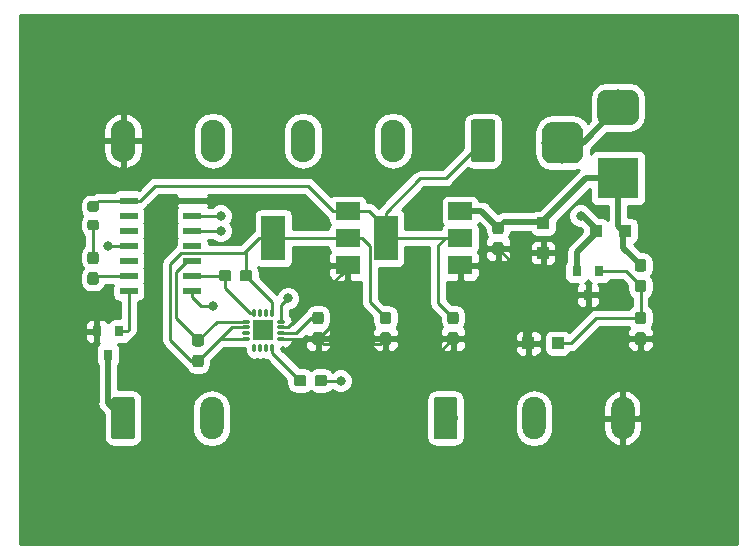
<source format=gbr>
G04 #@! TF.GenerationSoftware,KiCad,Pcbnew,(5.0.2)-1*
G04 #@! TF.CreationDate,2019-04-27T09:30:46+05:30*
G04 #@! TF.ProjectId,parking_sense_1,7061726b-696e-4675-9f73-656e73655f31,rev?*
G04 #@! TF.SameCoordinates,Original*
G04 #@! TF.FileFunction,Copper,L1,Top*
G04 #@! TF.FilePolarity,Positive*
%FSLAX46Y46*%
G04 Gerber Fmt 4.6, Leading zero omitted, Abs format (unit mm)*
G04 Created by KiCad (PCBNEW (5.0.2)-1) date 04/27/19 09:30:46*
%MOMM*%
%LPD*%
G01*
G04 APERTURE LIST*
G04 #@! TA.AperFunction,SMDPad,CuDef*
%ADD10R,1.000000X1.000000*%
G04 #@! TD*
G04 #@! TA.AperFunction,ComponentPad*
%ADD11O,2.000000X3.600000*%
G04 #@! TD*
G04 #@! TA.AperFunction,Conductor*
%ADD12C,0.100000*%
G04 #@! TD*
G04 #@! TA.AperFunction,ComponentPad*
%ADD13C,2.000000*%
G04 #@! TD*
G04 #@! TA.AperFunction,SMDPad,CuDef*
%ADD14R,0.800000X0.900000*%
G04 #@! TD*
G04 #@! TA.AperFunction,SMDPad,CuDef*
%ADD15C,0.950000*%
G04 #@! TD*
G04 #@! TA.AperFunction,ComponentPad*
%ADD16R,3.500000X3.500000*%
G04 #@! TD*
G04 #@! TA.AperFunction,ComponentPad*
%ADD17C,3.000000*%
G04 #@! TD*
G04 #@! TA.AperFunction,ComponentPad*
%ADD18C,3.500000*%
G04 #@! TD*
G04 #@! TA.AperFunction,ComponentPad*
%ADD19C,2.100000*%
G04 #@! TD*
G04 #@! TA.AperFunction,ComponentPad*
%ADD20O,2.100000X3.600000*%
G04 #@! TD*
G04 #@! TA.AperFunction,SMDPad,CuDef*
%ADD21C,0.875000*%
G04 #@! TD*
G04 #@! TA.AperFunction,SMDPad,CuDef*
%ADD22O,0.750000X0.300000*%
G04 #@! TD*
G04 #@! TA.AperFunction,SMDPad,CuDef*
%ADD23O,0.300000X0.750000*%
G04 #@! TD*
G04 #@! TA.AperFunction,SMDPad,CuDef*
%ADD24R,1.800000X1.800000*%
G04 #@! TD*
G04 #@! TA.AperFunction,SMDPad,CuDef*
%ADD25R,1.500000X0.600000*%
G04 #@! TD*
G04 #@! TA.AperFunction,SMDPad,CuDef*
%ADD26R,2.000000X1.500000*%
G04 #@! TD*
G04 #@! TA.AperFunction,SMDPad,CuDef*
%ADD27R,2.000000X3.800000*%
G04 #@! TD*
G04 #@! TA.AperFunction,ViaPad*
%ADD28C,3.100000*%
G04 #@! TD*
G04 #@! TA.AperFunction,ViaPad*
%ADD29C,0.800000*%
G04 #@! TD*
G04 #@! TA.AperFunction,Conductor*
%ADD30C,0.250000*%
G04 #@! TD*
G04 #@! TA.AperFunction,Conductor*
%ADD31C,0.500000*%
G04 #@! TD*
G04 #@! TA.AperFunction,Conductor*
%ADD32C,0.254000*%
G04 #@! TD*
G04 APERTURE END LIST*
D10*
G04 #@! TO.P,D1,2*
G04 #@! TO.N,GND1*
X79395000Y-46990000D03*
G04 #@! TO.P,D1,1*
G04 #@! TO.N,Vin*
X81895000Y-46990000D03*
G04 #@! TD*
G04 #@! TO.P,D3,2*
G04 #@! TO.N,GND*
X74930000Y-48875000D03*
G04 #@! TO.P,D3,1*
G04 #@! TO.N,Vin*
X74930000Y-46375000D03*
G04 #@! TD*
D11*
G04 #@! TO.P,J3,3*
G04 #@! TO.N,GND*
X81675000Y-62865000D03*
G04 #@! TO.P,J3,2*
G04 #@! TO.N,Vin*
X74175000Y-62865000D03*
D12*
G04 #@! TD*
G04 #@! TO.N,IP*
G04 #@! TO.C,J3*
G36*
X67449504Y-61066204D02*
X67473773Y-61069804D01*
X67497571Y-61075765D01*
X67520671Y-61084030D01*
X67542849Y-61094520D01*
X67563893Y-61107133D01*
X67583598Y-61121747D01*
X67601777Y-61138223D01*
X67618253Y-61156402D01*
X67632867Y-61176107D01*
X67645480Y-61197151D01*
X67655970Y-61219329D01*
X67664235Y-61242429D01*
X67670196Y-61266227D01*
X67673796Y-61290496D01*
X67675000Y-61315000D01*
X67675000Y-64415000D01*
X67673796Y-64439504D01*
X67670196Y-64463773D01*
X67664235Y-64487571D01*
X67655970Y-64510671D01*
X67645480Y-64532849D01*
X67632867Y-64553893D01*
X67618253Y-64573598D01*
X67601777Y-64591777D01*
X67583598Y-64608253D01*
X67563893Y-64622867D01*
X67542849Y-64635480D01*
X67520671Y-64645970D01*
X67497571Y-64654235D01*
X67473773Y-64660196D01*
X67449504Y-64663796D01*
X67425000Y-64665000D01*
X65925000Y-64665000D01*
X65900496Y-64663796D01*
X65876227Y-64660196D01*
X65852429Y-64654235D01*
X65829329Y-64645970D01*
X65807151Y-64635480D01*
X65786107Y-64622867D01*
X65766402Y-64608253D01*
X65748223Y-64591777D01*
X65731747Y-64573598D01*
X65717133Y-64553893D01*
X65704520Y-64532849D01*
X65694030Y-64510671D01*
X65685765Y-64487571D01*
X65679804Y-64463773D01*
X65676204Y-64439504D01*
X65675000Y-64415000D01*
X65675000Y-61315000D01*
X65676204Y-61290496D01*
X65679804Y-61266227D01*
X65685765Y-61242429D01*
X65694030Y-61219329D01*
X65704520Y-61197151D01*
X65717133Y-61176107D01*
X65731747Y-61156402D01*
X65748223Y-61138223D01*
X65766402Y-61121747D01*
X65786107Y-61107133D01*
X65807151Y-61094520D01*
X65829329Y-61084030D01*
X65852429Y-61075765D01*
X65876227Y-61069804D01*
X65900496Y-61066204D01*
X65925000Y-61065000D01*
X67425000Y-61065000D01*
X67449504Y-61066204D01*
X67449504Y-61066204D01*
G37*
D13*
G04 #@! TO.P,J3,1*
G04 #@! TO.N,IP*
X66675000Y-62865000D03*
G04 #@! TD*
D10*
G04 #@! TO.P,D2,1*
G04 #@! TO.N,Net-(D2-Pad1)*
X76180000Y-56515000D03*
G04 #@! TO.P,D2,2*
G04 #@! TO.N,GND*
X73680000Y-56515000D03*
G04 #@! TD*
D14*
G04 #@! TO.P,Q2,3*
G04 #@! TO.N,Net-(J2-Pad1)*
X38100000Y-57515000D03*
G04 #@! TO.P,Q2,2*
G04 #@! TO.N,GND*
X37150000Y-55515000D03*
G04 #@! TO.P,Q2,1*
G04 #@! TO.N,OP1*
X39050000Y-55515000D03*
G04 #@! TD*
G04 #@! TO.P,Q1,1*
G04 #@! TO.N,Net-(D2-Pad1)*
X79690000Y-50435000D03*
G04 #@! TO.P,Q1,2*
G04 #@! TO.N,GND1*
X77790000Y-50435000D03*
G04 #@! TO.P,Q1,3*
G04 #@! TO.N,GND*
X78740000Y-52435000D03*
G04 #@! TD*
D12*
G04 #@! TO.N,Vin*
G04 #@! TO.C,C1*
G36*
X71380779Y-46226144D02*
X71403834Y-46229563D01*
X71426443Y-46235227D01*
X71448387Y-46243079D01*
X71469457Y-46253044D01*
X71489448Y-46265026D01*
X71508168Y-46278910D01*
X71525438Y-46294562D01*
X71541090Y-46311832D01*
X71554974Y-46330552D01*
X71566956Y-46350543D01*
X71576921Y-46371613D01*
X71584773Y-46393557D01*
X71590437Y-46416166D01*
X71593856Y-46439221D01*
X71595000Y-46462500D01*
X71595000Y-47037500D01*
X71593856Y-47060779D01*
X71590437Y-47083834D01*
X71584773Y-47106443D01*
X71576921Y-47128387D01*
X71566956Y-47149457D01*
X71554974Y-47169448D01*
X71541090Y-47188168D01*
X71525438Y-47205438D01*
X71508168Y-47221090D01*
X71489448Y-47234974D01*
X71469457Y-47246956D01*
X71448387Y-47256921D01*
X71426443Y-47264773D01*
X71403834Y-47270437D01*
X71380779Y-47273856D01*
X71357500Y-47275000D01*
X70882500Y-47275000D01*
X70859221Y-47273856D01*
X70836166Y-47270437D01*
X70813557Y-47264773D01*
X70791613Y-47256921D01*
X70770543Y-47246956D01*
X70750552Y-47234974D01*
X70731832Y-47221090D01*
X70714562Y-47205438D01*
X70698910Y-47188168D01*
X70685026Y-47169448D01*
X70673044Y-47149457D01*
X70663079Y-47128387D01*
X70655227Y-47106443D01*
X70649563Y-47083834D01*
X70646144Y-47060779D01*
X70645000Y-47037500D01*
X70645000Y-46462500D01*
X70646144Y-46439221D01*
X70649563Y-46416166D01*
X70655227Y-46393557D01*
X70663079Y-46371613D01*
X70673044Y-46350543D01*
X70685026Y-46330552D01*
X70698910Y-46311832D01*
X70714562Y-46294562D01*
X70731832Y-46278910D01*
X70750552Y-46265026D01*
X70770543Y-46253044D01*
X70791613Y-46243079D01*
X70813557Y-46235227D01*
X70836166Y-46229563D01*
X70859221Y-46226144D01*
X70882500Y-46225000D01*
X71357500Y-46225000D01*
X71380779Y-46226144D01*
X71380779Y-46226144D01*
G37*
D15*
G04 #@! TD*
G04 #@! TO.P,C1,1*
G04 #@! TO.N,Vin*
X71120000Y-46750000D03*
D12*
G04 #@! TO.N,GND*
G04 #@! TO.C,C1*
G36*
X71380779Y-47976144D02*
X71403834Y-47979563D01*
X71426443Y-47985227D01*
X71448387Y-47993079D01*
X71469457Y-48003044D01*
X71489448Y-48015026D01*
X71508168Y-48028910D01*
X71525438Y-48044562D01*
X71541090Y-48061832D01*
X71554974Y-48080552D01*
X71566956Y-48100543D01*
X71576921Y-48121613D01*
X71584773Y-48143557D01*
X71590437Y-48166166D01*
X71593856Y-48189221D01*
X71595000Y-48212500D01*
X71595000Y-48787500D01*
X71593856Y-48810779D01*
X71590437Y-48833834D01*
X71584773Y-48856443D01*
X71576921Y-48878387D01*
X71566956Y-48899457D01*
X71554974Y-48919448D01*
X71541090Y-48938168D01*
X71525438Y-48955438D01*
X71508168Y-48971090D01*
X71489448Y-48984974D01*
X71469457Y-48996956D01*
X71448387Y-49006921D01*
X71426443Y-49014773D01*
X71403834Y-49020437D01*
X71380779Y-49023856D01*
X71357500Y-49025000D01*
X70882500Y-49025000D01*
X70859221Y-49023856D01*
X70836166Y-49020437D01*
X70813557Y-49014773D01*
X70791613Y-49006921D01*
X70770543Y-48996956D01*
X70750552Y-48984974D01*
X70731832Y-48971090D01*
X70714562Y-48955438D01*
X70698910Y-48938168D01*
X70685026Y-48919448D01*
X70673044Y-48899457D01*
X70663079Y-48878387D01*
X70655227Y-48856443D01*
X70649563Y-48833834D01*
X70646144Y-48810779D01*
X70645000Y-48787500D01*
X70645000Y-48212500D01*
X70646144Y-48189221D01*
X70649563Y-48166166D01*
X70655227Y-48143557D01*
X70663079Y-48121613D01*
X70673044Y-48100543D01*
X70685026Y-48080552D01*
X70698910Y-48061832D01*
X70714562Y-48044562D01*
X70731832Y-48028910D01*
X70750552Y-48015026D01*
X70770543Y-48003044D01*
X70791613Y-47993079D01*
X70813557Y-47985227D01*
X70836166Y-47979563D01*
X70859221Y-47976144D01*
X70882500Y-47975000D01*
X71357500Y-47975000D01*
X71380779Y-47976144D01*
X71380779Y-47976144D01*
G37*
D15*
G04 #@! TD*
G04 #@! TO.P,C1,2*
G04 #@! TO.N,GND*
X71120000Y-48500000D03*
D12*
G04 #@! TO.N,GND*
G04 #@! TO.C,C2*
G36*
X67570779Y-55596144D02*
X67593834Y-55599563D01*
X67616443Y-55605227D01*
X67638387Y-55613079D01*
X67659457Y-55623044D01*
X67679448Y-55635026D01*
X67698168Y-55648910D01*
X67715438Y-55664562D01*
X67731090Y-55681832D01*
X67744974Y-55700552D01*
X67756956Y-55720543D01*
X67766921Y-55741613D01*
X67774773Y-55763557D01*
X67780437Y-55786166D01*
X67783856Y-55809221D01*
X67785000Y-55832500D01*
X67785000Y-56407500D01*
X67783856Y-56430779D01*
X67780437Y-56453834D01*
X67774773Y-56476443D01*
X67766921Y-56498387D01*
X67756956Y-56519457D01*
X67744974Y-56539448D01*
X67731090Y-56558168D01*
X67715438Y-56575438D01*
X67698168Y-56591090D01*
X67679448Y-56604974D01*
X67659457Y-56616956D01*
X67638387Y-56626921D01*
X67616443Y-56634773D01*
X67593834Y-56640437D01*
X67570779Y-56643856D01*
X67547500Y-56645000D01*
X67072500Y-56645000D01*
X67049221Y-56643856D01*
X67026166Y-56640437D01*
X67003557Y-56634773D01*
X66981613Y-56626921D01*
X66960543Y-56616956D01*
X66940552Y-56604974D01*
X66921832Y-56591090D01*
X66904562Y-56575438D01*
X66888910Y-56558168D01*
X66875026Y-56539448D01*
X66863044Y-56519457D01*
X66853079Y-56498387D01*
X66845227Y-56476443D01*
X66839563Y-56453834D01*
X66836144Y-56430779D01*
X66835000Y-56407500D01*
X66835000Y-55832500D01*
X66836144Y-55809221D01*
X66839563Y-55786166D01*
X66845227Y-55763557D01*
X66853079Y-55741613D01*
X66863044Y-55720543D01*
X66875026Y-55700552D01*
X66888910Y-55681832D01*
X66904562Y-55664562D01*
X66921832Y-55648910D01*
X66940552Y-55635026D01*
X66960543Y-55623044D01*
X66981613Y-55613079D01*
X67003557Y-55605227D01*
X67026166Y-55599563D01*
X67049221Y-55596144D01*
X67072500Y-55595000D01*
X67547500Y-55595000D01*
X67570779Y-55596144D01*
X67570779Y-55596144D01*
G37*
D15*
G04 #@! TD*
G04 #@! TO.P,C2,2*
G04 #@! TO.N,GND*
X67310000Y-56120000D03*
D12*
G04 #@! TO.N,Vcc*
G04 #@! TO.C,C2*
G36*
X67570779Y-53846144D02*
X67593834Y-53849563D01*
X67616443Y-53855227D01*
X67638387Y-53863079D01*
X67659457Y-53873044D01*
X67679448Y-53885026D01*
X67698168Y-53898910D01*
X67715438Y-53914562D01*
X67731090Y-53931832D01*
X67744974Y-53950552D01*
X67756956Y-53970543D01*
X67766921Y-53991613D01*
X67774773Y-54013557D01*
X67780437Y-54036166D01*
X67783856Y-54059221D01*
X67785000Y-54082500D01*
X67785000Y-54657500D01*
X67783856Y-54680779D01*
X67780437Y-54703834D01*
X67774773Y-54726443D01*
X67766921Y-54748387D01*
X67756956Y-54769457D01*
X67744974Y-54789448D01*
X67731090Y-54808168D01*
X67715438Y-54825438D01*
X67698168Y-54841090D01*
X67679448Y-54854974D01*
X67659457Y-54866956D01*
X67638387Y-54876921D01*
X67616443Y-54884773D01*
X67593834Y-54890437D01*
X67570779Y-54893856D01*
X67547500Y-54895000D01*
X67072500Y-54895000D01*
X67049221Y-54893856D01*
X67026166Y-54890437D01*
X67003557Y-54884773D01*
X66981613Y-54876921D01*
X66960543Y-54866956D01*
X66940552Y-54854974D01*
X66921832Y-54841090D01*
X66904562Y-54825438D01*
X66888910Y-54808168D01*
X66875026Y-54789448D01*
X66863044Y-54769457D01*
X66853079Y-54748387D01*
X66845227Y-54726443D01*
X66839563Y-54703834D01*
X66836144Y-54680779D01*
X66835000Y-54657500D01*
X66835000Y-54082500D01*
X66836144Y-54059221D01*
X66839563Y-54036166D01*
X66845227Y-54013557D01*
X66853079Y-53991613D01*
X66863044Y-53970543D01*
X66875026Y-53950552D01*
X66888910Y-53931832D01*
X66904562Y-53914562D01*
X66921832Y-53898910D01*
X66940552Y-53885026D01*
X66960543Y-53873044D01*
X66981613Y-53863079D01*
X67003557Y-53855227D01*
X67026166Y-53849563D01*
X67049221Y-53846144D01*
X67072500Y-53845000D01*
X67547500Y-53845000D01*
X67570779Y-53846144D01*
X67570779Y-53846144D01*
G37*
D15*
G04 #@! TD*
G04 #@! TO.P,C2,1*
G04 #@! TO.N,Vcc*
X67310000Y-54370000D03*
D12*
G04 #@! TO.N,Vdd*
G04 #@! TO.C,C3*
G36*
X61855779Y-53846144D02*
X61878834Y-53849563D01*
X61901443Y-53855227D01*
X61923387Y-53863079D01*
X61944457Y-53873044D01*
X61964448Y-53885026D01*
X61983168Y-53898910D01*
X62000438Y-53914562D01*
X62016090Y-53931832D01*
X62029974Y-53950552D01*
X62041956Y-53970543D01*
X62051921Y-53991613D01*
X62059773Y-54013557D01*
X62065437Y-54036166D01*
X62068856Y-54059221D01*
X62070000Y-54082500D01*
X62070000Y-54657500D01*
X62068856Y-54680779D01*
X62065437Y-54703834D01*
X62059773Y-54726443D01*
X62051921Y-54748387D01*
X62041956Y-54769457D01*
X62029974Y-54789448D01*
X62016090Y-54808168D01*
X62000438Y-54825438D01*
X61983168Y-54841090D01*
X61964448Y-54854974D01*
X61944457Y-54866956D01*
X61923387Y-54876921D01*
X61901443Y-54884773D01*
X61878834Y-54890437D01*
X61855779Y-54893856D01*
X61832500Y-54895000D01*
X61357500Y-54895000D01*
X61334221Y-54893856D01*
X61311166Y-54890437D01*
X61288557Y-54884773D01*
X61266613Y-54876921D01*
X61245543Y-54866956D01*
X61225552Y-54854974D01*
X61206832Y-54841090D01*
X61189562Y-54825438D01*
X61173910Y-54808168D01*
X61160026Y-54789448D01*
X61148044Y-54769457D01*
X61138079Y-54748387D01*
X61130227Y-54726443D01*
X61124563Y-54703834D01*
X61121144Y-54680779D01*
X61120000Y-54657500D01*
X61120000Y-54082500D01*
X61121144Y-54059221D01*
X61124563Y-54036166D01*
X61130227Y-54013557D01*
X61138079Y-53991613D01*
X61148044Y-53970543D01*
X61160026Y-53950552D01*
X61173910Y-53931832D01*
X61189562Y-53914562D01*
X61206832Y-53898910D01*
X61225552Y-53885026D01*
X61245543Y-53873044D01*
X61266613Y-53863079D01*
X61288557Y-53855227D01*
X61311166Y-53849563D01*
X61334221Y-53846144D01*
X61357500Y-53845000D01*
X61832500Y-53845000D01*
X61855779Y-53846144D01*
X61855779Y-53846144D01*
G37*
D15*
G04 #@! TD*
G04 #@! TO.P,C3,1*
G04 #@! TO.N,Vdd*
X61595000Y-54370000D03*
D12*
G04 #@! TO.N,GND*
G04 #@! TO.C,C3*
G36*
X61855779Y-55596144D02*
X61878834Y-55599563D01*
X61901443Y-55605227D01*
X61923387Y-55613079D01*
X61944457Y-55623044D01*
X61964448Y-55635026D01*
X61983168Y-55648910D01*
X62000438Y-55664562D01*
X62016090Y-55681832D01*
X62029974Y-55700552D01*
X62041956Y-55720543D01*
X62051921Y-55741613D01*
X62059773Y-55763557D01*
X62065437Y-55786166D01*
X62068856Y-55809221D01*
X62070000Y-55832500D01*
X62070000Y-56407500D01*
X62068856Y-56430779D01*
X62065437Y-56453834D01*
X62059773Y-56476443D01*
X62051921Y-56498387D01*
X62041956Y-56519457D01*
X62029974Y-56539448D01*
X62016090Y-56558168D01*
X62000438Y-56575438D01*
X61983168Y-56591090D01*
X61964448Y-56604974D01*
X61944457Y-56616956D01*
X61923387Y-56626921D01*
X61901443Y-56634773D01*
X61878834Y-56640437D01*
X61855779Y-56643856D01*
X61832500Y-56645000D01*
X61357500Y-56645000D01*
X61334221Y-56643856D01*
X61311166Y-56640437D01*
X61288557Y-56634773D01*
X61266613Y-56626921D01*
X61245543Y-56616956D01*
X61225552Y-56604974D01*
X61206832Y-56591090D01*
X61189562Y-56575438D01*
X61173910Y-56558168D01*
X61160026Y-56539448D01*
X61148044Y-56519457D01*
X61138079Y-56498387D01*
X61130227Y-56476443D01*
X61124563Y-56453834D01*
X61121144Y-56430779D01*
X61120000Y-56407500D01*
X61120000Y-55832500D01*
X61121144Y-55809221D01*
X61124563Y-55786166D01*
X61130227Y-55763557D01*
X61138079Y-55741613D01*
X61148044Y-55720543D01*
X61160026Y-55700552D01*
X61173910Y-55681832D01*
X61189562Y-55664562D01*
X61206832Y-55648910D01*
X61225552Y-55635026D01*
X61245543Y-55623044D01*
X61266613Y-55613079D01*
X61288557Y-55605227D01*
X61311166Y-55599563D01*
X61334221Y-55596144D01*
X61357500Y-55595000D01*
X61832500Y-55595000D01*
X61855779Y-55596144D01*
X61855779Y-55596144D01*
G37*
D15*
G04 #@! TD*
G04 #@! TO.P,C3,2*
G04 #@! TO.N,GND*
X61595000Y-56120000D03*
D12*
G04 #@! TO.N,Net-(C4-Pad2)*
G04 #@! TO.C,C4*
G36*
X56140779Y-53846144D02*
X56163834Y-53849563D01*
X56186443Y-53855227D01*
X56208387Y-53863079D01*
X56229457Y-53873044D01*
X56249448Y-53885026D01*
X56268168Y-53898910D01*
X56285438Y-53914562D01*
X56301090Y-53931832D01*
X56314974Y-53950552D01*
X56326956Y-53970543D01*
X56336921Y-53991613D01*
X56344773Y-54013557D01*
X56350437Y-54036166D01*
X56353856Y-54059221D01*
X56355000Y-54082500D01*
X56355000Y-54657500D01*
X56353856Y-54680779D01*
X56350437Y-54703834D01*
X56344773Y-54726443D01*
X56336921Y-54748387D01*
X56326956Y-54769457D01*
X56314974Y-54789448D01*
X56301090Y-54808168D01*
X56285438Y-54825438D01*
X56268168Y-54841090D01*
X56249448Y-54854974D01*
X56229457Y-54866956D01*
X56208387Y-54876921D01*
X56186443Y-54884773D01*
X56163834Y-54890437D01*
X56140779Y-54893856D01*
X56117500Y-54895000D01*
X55642500Y-54895000D01*
X55619221Y-54893856D01*
X55596166Y-54890437D01*
X55573557Y-54884773D01*
X55551613Y-54876921D01*
X55530543Y-54866956D01*
X55510552Y-54854974D01*
X55491832Y-54841090D01*
X55474562Y-54825438D01*
X55458910Y-54808168D01*
X55445026Y-54789448D01*
X55433044Y-54769457D01*
X55423079Y-54748387D01*
X55415227Y-54726443D01*
X55409563Y-54703834D01*
X55406144Y-54680779D01*
X55405000Y-54657500D01*
X55405000Y-54082500D01*
X55406144Y-54059221D01*
X55409563Y-54036166D01*
X55415227Y-54013557D01*
X55423079Y-53991613D01*
X55433044Y-53970543D01*
X55445026Y-53950552D01*
X55458910Y-53931832D01*
X55474562Y-53914562D01*
X55491832Y-53898910D01*
X55510552Y-53885026D01*
X55530543Y-53873044D01*
X55551613Y-53863079D01*
X55573557Y-53855227D01*
X55596166Y-53849563D01*
X55619221Y-53846144D01*
X55642500Y-53845000D01*
X56117500Y-53845000D01*
X56140779Y-53846144D01*
X56140779Y-53846144D01*
G37*
D15*
G04 #@! TD*
G04 #@! TO.P,C4,2*
G04 #@! TO.N,Net-(C4-Pad2)*
X55880000Y-54370000D03*
D12*
G04 #@! TO.N,GND*
G04 #@! TO.C,C4*
G36*
X56140779Y-55596144D02*
X56163834Y-55599563D01*
X56186443Y-55605227D01*
X56208387Y-55613079D01*
X56229457Y-55623044D01*
X56249448Y-55635026D01*
X56268168Y-55648910D01*
X56285438Y-55664562D01*
X56301090Y-55681832D01*
X56314974Y-55700552D01*
X56326956Y-55720543D01*
X56336921Y-55741613D01*
X56344773Y-55763557D01*
X56350437Y-55786166D01*
X56353856Y-55809221D01*
X56355000Y-55832500D01*
X56355000Y-56407500D01*
X56353856Y-56430779D01*
X56350437Y-56453834D01*
X56344773Y-56476443D01*
X56336921Y-56498387D01*
X56326956Y-56519457D01*
X56314974Y-56539448D01*
X56301090Y-56558168D01*
X56285438Y-56575438D01*
X56268168Y-56591090D01*
X56249448Y-56604974D01*
X56229457Y-56616956D01*
X56208387Y-56626921D01*
X56186443Y-56634773D01*
X56163834Y-56640437D01*
X56140779Y-56643856D01*
X56117500Y-56645000D01*
X55642500Y-56645000D01*
X55619221Y-56643856D01*
X55596166Y-56640437D01*
X55573557Y-56634773D01*
X55551613Y-56626921D01*
X55530543Y-56616956D01*
X55510552Y-56604974D01*
X55491832Y-56591090D01*
X55474562Y-56575438D01*
X55458910Y-56558168D01*
X55445026Y-56539448D01*
X55433044Y-56519457D01*
X55423079Y-56498387D01*
X55415227Y-56476443D01*
X55409563Y-56453834D01*
X55406144Y-56430779D01*
X55405000Y-56407500D01*
X55405000Y-55832500D01*
X55406144Y-55809221D01*
X55409563Y-55786166D01*
X55415227Y-55763557D01*
X55423079Y-55741613D01*
X55433044Y-55720543D01*
X55445026Y-55700552D01*
X55458910Y-55681832D01*
X55474562Y-55664562D01*
X55491832Y-55648910D01*
X55510552Y-55635026D01*
X55530543Y-55623044D01*
X55551613Y-55613079D01*
X55573557Y-55605227D01*
X55596166Y-55599563D01*
X55619221Y-55596144D01*
X55642500Y-55595000D01*
X56117500Y-55595000D01*
X56140779Y-55596144D01*
X56140779Y-55596144D01*
G37*
D15*
G04 #@! TD*
G04 #@! TO.P,C4,1*
G04 #@! TO.N,GND*
X55880000Y-56120000D03*
D12*
G04 #@! TO.N,Net-(C5-Pad1)*
G04 #@! TO.C,C5*
G36*
X54680779Y-59216144D02*
X54703834Y-59219563D01*
X54726443Y-59225227D01*
X54748387Y-59233079D01*
X54769457Y-59243044D01*
X54789448Y-59255026D01*
X54808168Y-59268910D01*
X54825438Y-59284562D01*
X54841090Y-59301832D01*
X54854974Y-59320552D01*
X54866956Y-59340543D01*
X54876921Y-59361613D01*
X54884773Y-59383557D01*
X54890437Y-59406166D01*
X54893856Y-59429221D01*
X54895000Y-59452500D01*
X54895000Y-59927500D01*
X54893856Y-59950779D01*
X54890437Y-59973834D01*
X54884773Y-59996443D01*
X54876921Y-60018387D01*
X54866956Y-60039457D01*
X54854974Y-60059448D01*
X54841090Y-60078168D01*
X54825438Y-60095438D01*
X54808168Y-60111090D01*
X54789448Y-60124974D01*
X54769457Y-60136956D01*
X54748387Y-60146921D01*
X54726443Y-60154773D01*
X54703834Y-60160437D01*
X54680779Y-60163856D01*
X54657500Y-60165000D01*
X54082500Y-60165000D01*
X54059221Y-60163856D01*
X54036166Y-60160437D01*
X54013557Y-60154773D01*
X53991613Y-60146921D01*
X53970543Y-60136956D01*
X53950552Y-60124974D01*
X53931832Y-60111090D01*
X53914562Y-60095438D01*
X53898910Y-60078168D01*
X53885026Y-60059448D01*
X53873044Y-60039457D01*
X53863079Y-60018387D01*
X53855227Y-59996443D01*
X53849563Y-59973834D01*
X53846144Y-59950779D01*
X53845000Y-59927500D01*
X53845000Y-59452500D01*
X53846144Y-59429221D01*
X53849563Y-59406166D01*
X53855227Y-59383557D01*
X53863079Y-59361613D01*
X53873044Y-59340543D01*
X53885026Y-59320552D01*
X53898910Y-59301832D01*
X53914562Y-59284562D01*
X53931832Y-59268910D01*
X53950552Y-59255026D01*
X53970543Y-59243044D01*
X53991613Y-59233079D01*
X54013557Y-59225227D01*
X54036166Y-59219563D01*
X54059221Y-59216144D01*
X54082500Y-59215000D01*
X54657500Y-59215000D01*
X54680779Y-59216144D01*
X54680779Y-59216144D01*
G37*
D15*
G04 #@! TD*
G04 #@! TO.P,C5,1*
G04 #@! TO.N,Net-(C5-Pad1)*
X54370000Y-59690000D03*
D12*
G04 #@! TO.N,Net-(C5-Pad2)*
G04 #@! TO.C,C5*
G36*
X56430779Y-59216144D02*
X56453834Y-59219563D01*
X56476443Y-59225227D01*
X56498387Y-59233079D01*
X56519457Y-59243044D01*
X56539448Y-59255026D01*
X56558168Y-59268910D01*
X56575438Y-59284562D01*
X56591090Y-59301832D01*
X56604974Y-59320552D01*
X56616956Y-59340543D01*
X56626921Y-59361613D01*
X56634773Y-59383557D01*
X56640437Y-59406166D01*
X56643856Y-59429221D01*
X56645000Y-59452500D01*
X56645000Y-59927500D01*
X56643856Y-59950779D01*
X56640437Y-59973834D01*
X56634773Y-59996443D01*
X56626921Y-60018387D01*
X56616956Y-60039457D01*
X56604974Y-60059448D01*
X56591090Y-60078168D01*
X56575438Y-60095438D01*
X56558168Y-60111090D01*
X56539448Y-60124974D01*
X56519457Y-60136956D01*
X56498387Y-60146921D01*
X56476443Y-60154773D01*
X56453834Y-60160437D01*
X56430779Y-60163856D01*
X56407500Y-60165000D01*
X55832500Y-60165000D01*
X55809221Y-60163856D01*
X55786166Y-60160437D01*
X55763557Y-60154773D01*
X55741613Y-60146921D01*
X55720543Y-60136956D01*
X55700552Y-60124974D01*
X55681832Y-60111090D01*
X55664562Y-60095438D01*
X55648910Y-60078168D01*
X55635026Y-60059448D01*
X55623044Y-60039457D01*
X55613079Y-60018387D01*
X55605227Y-59996443D01*
X55599563Y-59973834D01*
X55596144Y-59950779D01*
X55595000Y-59927500D01*
X55595000Y-59452500D01*
X55596144Y-59429221D01*
X55599563Y-59406166D01*
X55605227Y-59383557D01*
X55613079Y-59361613D01*
X55623044Y-59340543D01*
X55635026Y-59320552D01*
X55648910Y-59301832D01*
X55664562Y-59284562D01*
X55681832Y-59268910D01*
X55700552Y-59255026D01*
X55720543Y-59243044D01*
X55741613Y-59233079D01*
X55763557Y-59225227D01*
X55786166Y-59219563D01*
X55809221Y-59216144D01*
X55832500Y-59215000D01*
X56407500Y-59215000D01*
X56430779Y-59216144D01*
X56430779Y-59216144D01*
G37*
D15*
G04 #@! TD*
G04 #@! TO.P,C5,2*
G04 #@! TO.N,Net-(C5-Pad2)*
X56120000Y-59690000D03*
D16*
G04 #@! TO.P,J1,1*
G04 #@! TO.N,Vin*
X81280000Y-42545000D03*
D12*
G04 #@! TD*
G04 #@! TO.N,GND1*
G04 #@! TO.C,J1*
G36*
X82353513Y-35048611D02*
X82426318Y-35059411D01*
X82497714Y-35077295D01*
X82567013Y-35102090D01*
X82633548Y-35133559D01*
X82696678Y-35171398D01*
X82755795Y-35215242D01*
X82810330Y-35264670D01*
X82859758Y-35319205D01*
X82903602Y-35378322D01*
X82941441Y-35441452D01*
X82972910Y-35507987D01*
X82997705Y-35577286D01*
X83015589Y-35648682D01*
X83026389Y-35721487D01*
X83030000Y-35795000D01*
X83030000Y-37295000D01*
X83026389Y-37368513D01*
X83015589Y-37441318D01*
X82997705Y-37512714D01*
X82972910Y-37582013D01*
X82941441Y-37648548D01*
X82903602Y-37711678D01*
X82859758Y-37770795D01*
X82810330Y-37825330D01*
X82755795Y-37874758D01*
X82696678Y-37918602D01*
X82633548Y-37956441D01*
X82567013Y-37987910D01*
X82497714Y-38012705D01*
X82426318Y-38030589D01*
X82353513Y-38041389D01*
X82280000Y-38045000D01*
X80280000Y-38045000D01*
X80206487Y-38041389D01*
X80133682Y-38030589D01*
X80062286Y-38012705D01*
X79992987Y-37987910D01*
X79926452Y-37956441D01*
X79863322Y-37918602D01*
X79804205Y-37874758D01*
X79749670Y-37825330D01*
X79700242Y-37770795D01*
X79656398Y-37711678D01*
X79618559Y-37648548D01*
X79587090Y-37582013D01*
X79562295Y-37512714D01*
X79544411Y-37441318D01*
X79533611Y-37368513D01*
X79530000Y-37295000D01*
X79530000Y-35795000D01*
X79533611Y-35721487D01*
X79544411Y-35648682D01*
X79562295Y-35577286D01*
X79587090Y-35507987D01*
X79618559Y-35441452D01*
X79656398Y-35378322D01*
X79700242Y-35319205D01*
X79749670Y-35264670D01*
X79804205Y-35215242D01*
X79863322Y-35171398D01*
X79926452Y-35133559D01*
X79992987Y-35102090D01*
X80062286Y-35077295D01*
X80133682Y-35059411D01*
X80206487Y-35048611D01*
X80280000Y-35045000D01*
X82280000Y-35045000D01*
X82353513Y-35048611D01*
X82353513Y-35048611D01*
G37*
D17*
G04 #@! TO.P,J1,2*
G04 #@! TO.N,GND1*
X81280000Y-36545000D03*
D12*
G04 #@! TD*
G04 #@! TO.N,GND1*
G04 #@! TO.C,J1*
G36*
X77540765Y-37799213D02*
X77625704Y-37811813D01*
X77708999Y-37832677D01*
X77789848Y-37861605D01*
X77867472Y-37898319D01*
X77941124Y-37942464D01*
X78010094Y-37993616D01*
X78073718Y-38051282D01*
X78131384Y-38114906D01*
X78182536Y-38183876D01*
X78226681Y-38257528D01*
X78263395Y-38335152D01*
X78292323Y-38416001D01*
X78313187Y-38499296D01*
X78325787Y-38584235D01*
X78330000Y-38670000D01*
X78330000Y-40420000D01*
X78325787Y-40505765D01*
X78313187Y-40590704D01*
X78292323Y-40673999D01*
X78263395Y-40754848D01*
X78226681Y-40832472D01*
X78182536Y-40906124D01*
X78131384Y-40975094D01*
X78073718Y-41038718D01*
X78010094Y-41096384D01*
X77941124Y-41147536D01*
X77867472Y-41191681D01*
X77789848Y-41228395D01*
X77708999Y-41257323D01*
X77625704Y-41278187D01*
X77540765Y-41290787D01*
X77455000Y-41295000D01*
X75705000Y-41295000D01*
X75619235Y-41290787D01*
X75534296Y-41278187D01*
X75451001Y-41257323D01*
X75370152Y-41228395D01*
X75292528Y-41191681D01*
X75218876Y-41147536D01*
X75149906Y-41096384D01*
X75086282Y-41038718D01*
X75028616Y-40975094D01*
X74977464Y-40906124D01*
X74933319Y-40832472D01*
X74896605Y-40754848D01*
X74867677Y-40673999D01*
X74846813Y-40590704D01*
X74834213Y-40505765D01*
X74830000Y-40420000D01*
X74830000Y-38670000D01*
X74834213Y-38584235D01*
X74846813Y-38499296D01*
X74867677Y-38416001D01*
X74896605Y-38335152D01*
X74933319Y-38257528D01*
X74977464Y-38183876D01*
X75028616Y-38114906D01*
X75086282Y-38051282D01*
X75149906Y-37993616D01*
X75218876Y-37942464D01*
X75292528Y-37898319D01*
X75370152Y-37861605D01*
X75451001Y-37832677D01*
X75534296Y-37811813D01*
X75619235Y-37799213D01*
X75705000Y-37795000D01*
X77455000Y-37795000D01*
X77540765Y-37799213D01*
X77540765Y-37799213D01*
G37*
D18*
G04 #@! TO.P,J1,3*
G04 #@! TO.N,GND1*
X76580000Y-39545000D03*
G04 #@! TD*
D12*
G04 #@! TO.N,Net-(J2-Pad1)*
G04 #@! TO.C,J2*
G36*
X40144504Y-61066204D02*
X40168773Y-61069804D01*
X40192571Y-61075765D01*
X40215671Y-61084030D01*
X40237849Y-61094520D01*
X40258893Y-61107133D01*
X40278598Y-61121747D01*
X40296777Y-61138223D01*
X40313253Y-61156402D01*
X40327867Y-61176107D01*
X40340480Y-61197151D01*
X40350970Y-61219329D01*
X40359235Y-61242429D01*
X40365196Y-61266227D01*
X40368796Y-61290496D01*
X40370000Y-61315000D01*
X40370000Y-64415000D01*
X40368796Y-64439504D01*
X40365196Y-64463773D01*
X40359235Y-64487571D01*
X40350970Y-64510671D01*
X40340480Y-64532849D01*
X40327867Y-64553893D01*
X40313253Y-64573598D01*
X40296777Y-64591777D01*
X40278598Y-64608253D01*
X40258893Y-64622867D01*
X40237849Y-64635480D01*
X40215671Y-64645970D01*
X40192571Y-64654235D01*
X40168773Y-64660196D01*
X40144504Y-64663796D01*
X40120000Y-64665000D01*
X38620000Y-64665000D01*
X38595496Y-64663796D01*
X38571227Y-64660196D01*
X38547429Y-64654235D01*
X38524329Y-64645970D01*
X38502151Y-64635480D01*
X38481107Y-64622867D01*
X38461402Y-64608253D01*
X38443223Y-64591777D01*
X38426747Y-64573598D01*
X38412133Y-64553893D01*
X38399520Y-64532849D01*
X38389030Y-64510671D01*
X38380765Y-64487571D01*
X38374804Y-64463773D01*
X38371204Y-64439504D01*
X38370000Y-64415000D01*
X38370000Y-61315000D01*
X38371204Y-61290496D01*
X38374804Y-61266227D01*
X38380765Y-61242429D01*
X38389030Y-61219329D01*
X38399520Y-61197151D01*
X38412133Y-61176107D01*
X38426747Y-61156402D01*
X38443223Y-61138223D01*
X38461402Y-61121747D01*
X38481107Y-61107133D01*
X38502151Y-61094520D01*
X38524329Y-61084030D01*
X38547429Y-61075765D01*
X38571227Y-61069804D01*
X38595496Y-61066204D01*
X38620000Y-61065000D01*
X40120000Y-61065000D01*
X40144504Y-61066204D01*
X40144504Y-61066204D01*
G37*
D13*
G04 #@! TD*
G04 #@! TO.P,J2,1*
G04 #@! TO.N,Net-(J2-Pad1)*
X39370000Y-62865000D03*
D11*
G04 #@! TO.P,J2,2*
G04 #@! TO.N,Vin*
X46870000Y-62865000D03*
G04 #@! TD*
D12*
G04 #@! TO.N,Vcc*
G04 #@! TO.C,J4*
G36*
X70674504Y-37571204D02*
X70698773Y-37574804D01*
X70722571Y-37580765D01*
X70745671Y-37589030D01*
X70767849Y-37599520D01*
X70788893Y-37612133D01*
X70808598Y-37626747D01*
X70826777Y-37643223D01*
X70843253Y-37661402D01*
X70857867Y-37681107D01*
X70870480Y-37702151D01*
X70880970Y-37724329D01*
X70889235Y-37747429D01*
X70895196Y-37771227D01*
X70898796Y-37795496D01*
X70900000Y-37820000D01*
X70900000Y-40920000D01*
X70898796Y-40944504D01*
X70895196Y-40968773D01*
X70889235Y-40992571D01*
X70880970Y-41015671D01*
X70870480Y-41037849D01*
X70857867Y-41058893D01*
X70843253Y-41078598D01*
X70826777Y-41096777D01*
X70808598Y-41113253D01*
X70788893Y-41127867D01*
X70767849Y-41140480D01*
X70745671Y-41150970D01*
X70722571Y-41159235D01*
X70698773Y-41165196D01*
X70674504Y-41168796D01*
X70650000Y-41170000D01*
X69050000Y-41170000D01*
X69025496Y-41168796D01*
X69001227Y-41165196D01*
X68977429Y-41159235D01*
X68954329Y-41150970D01*
X68932151Y-41140480D01*
X68911107Y-41127867D01*
X68891402Y-41113253D01*
X68873223Y-41096777D01*
X68856747Y-41078598D01*
X68842133Y-41058893D01*
X68829520Y-41037849D01*
X68819030Y-41015671D01*
X68810765Y-40992571D01*
X68804804Y-40968773D01*
X68801204Y-40944504D01*
X68800000Y-40920000D01*
X68800000Y-37820000D01*
X68801204Y-37795496D01*
X68804804Y-37771227D01*
X68810765Y-37747429D01*
X68819030Y-37724329D01*
X68829520Y-37702151D01*
X68842133Y-37681107D01*
X68856747Y-37661402D01*
X68873223Y-37643223D01*
X68891402Y-37626747D01*
X68911107Y-37612133D01*
X68932151Y-37599520D01*
X68954329Y-37589030D01*
X68977429Y-37580765D01*
X69001227Y-37574804D01*
X69025496Y-37571204D01*
X69050000Y-37570000D01*
X70650000Y-37570000D01*
X70674504Y-37571204D01*
X70674504Y-37571204D01*
G37*
D19*
G04 #@! TD*
G04 #@! TO.P,J4,1*
G04 #@! TO.N,Vcc*
X69850000Y-39370000D03*
D20*
G04 #@! TO.P,J4,2*
G04 #@! TO.N,Vpp*
X62230000Y-39370000D03*
G04 #@! TO.P,J4,3*
G04 #@! TO.N,CLK*
X54610000Y-39370000D03*
G04 #@! TO.P,J4,4*
G04 #@! TO.N,DATA*
X46990000Y-39370000D03*
G04 #@! TO.P,J4,5*
G04 #@! TO.N,GND*
X39370000Y-39370000D03*
G04 #@! TD*
D12*
G04 #@! TO.N,Net-(D4-Pad1)*
G04 #@! TO.C,D4*
G36*
X37107691Y-46071053D02*
X37128926Y-46074203D01*
X37149750Y-46079419D01*
X37169962Y-46086651D01*
X37189368Y-46095830D01*
X37207781Y-46106866D01*
X37225024Y-46119654D01*
X37240930Y-46134070D01*
X37255346Y-46149976D01*
X37268134Y-46167219D01*
X37279170Y-46185632D01*
X37288349Y-46205038D01*
X37295581Y-46225250D01*
X37300797Y-46246074D01*
X37303947Y-46267309D01*
X37305000Y-46288750D01*
X37305000Y-46726250D01*
X37303947Y-46747691D01*
X37300797Y-46768926D01*
X37295581Y-46789750D01*
X37288349Y-46809962D01*
X37279170Y-46829368D01*
X37268134Y-46847781D01*
X37255346Y-46865024D01*
X37240930Y-46880930D01*
X37225024Y-46895346D01*
X37207781Y-46908134D01*
X37189368Y-46919170D01*
X37169962Y-46928349D01*
X37149750Y-46935581D01*
X37128926Y-46940797D01*
X37107691Y-46943947D01*
X37086250Y-46945000D01*
X36573750Y-46945000D01*
X36552309Y-46943947D01*
X36531074Y-46940797D01*
X36510250Y-46935581D01*
X36490038Y-46928349D01*
X36470632Y-46919170D01*
X36452219Y-46908134D01*
X36434976Y-46895346D01*
X36419070Y-46880930D01*
X36404654Y-46865024D01*
X36391866Y-46847781D01*
X36380830Y-46829368D01*
X36371651Y-46809962D01*
X36364419Y-46789750D01*
X36359203Y-46768926D01*
X36356053Y-46747691D01*
X36355000Y-46726250D01*
X36355000Y-46288750D01*
X36356053Y-46267309D01*
X36359203Y-46246074D01*
X36364419Y-46225250D01*
X36371651Y-46205038D01*
X36380830Y-46185632D01*
X36391866Y-46167219D01*
X36404654Y-46149976D01*
X36419070Y-46134070D01*
X36434976Y-46119654D01*
X36452219Y-46106866D01*
X36470632Y-46095830D01*
X36490038Y-46086651D01*
X36510250Y-46079419D01*
X36531074Y-46074203D01*
X36552309Y-46071053D01*
X36573750Y-46070000D01*
X37086250Y-46070000D01*
X37107691Y-46071053D01*
X37107691Y-46071053D01*
G37*
D21*
G04 #@! TD*
G04 #@! TO.P,D4,1*
G04 #@! TO.N,Net-(D4-Pad1)*
X36830000Y-46507500D03*
D12*
G04 #@! TO.N,Vcc*
G04 #@! TO.C,D4*
G36*
X37107691Y-44496053D02*
X37128926Y-44499203D01*
X37149750Y-44504419D01*
X37169962Y-44511651D01*
X37189368Y-44520830D01*
X37207781Y-44531866D01*
X37225024Y-44544654D01*
X37240930Y-44559070D01*
X37255346Y-44574976D01*
X37268134Y-44592219D01*
X37279170Y-44610632D01*
X37288349Y-44630038D01*
X37295581Y-44650250D01*
X37300797Y-44671074D01*
X37303947Y-44692309D01*
X37305000Y-44713750D01*
X37305000Y-45151250D01*
X37303947Y-45172691D01*
X37300797Y-45193926D01*
X37295581Y-45214750D01*
X37288349Y-45234962D01*
X37279170Y-45254368D01*
X37268134Y-45272781D01*
X37255346Y-45290024D01*
X37240930Y-45305930D01*
X37225024Y-45320346D01*
X37207781Y-45333134D01*
X37189368Y-45344170D01*
X37169962Y-45353349D01*
X37149750Y-45360581D01*
X37128926Y-45365797D01*
X37107691Y-45368947D01*
X37086250Y-45370000D01*
X36573750Y-45370000D01*
X36552309Y-45368947D01*
X36531074Y-45365797D01*
X36510250Y-45360581D01*
X36490038Y-45353349D01*
X36470632Y-45344170D01*
X36452219Y-45333134D01*
X36434976Y-45320346D01*
X36419070Y-45305930D01*
X36404654Y-45290024D01*
X36391866Y-45272781D01*
X36380830Y-45254368D01*
X36371651Y-45234962D01*
X36364419Y-45214750D01*
X36359203Y-45193926D01*
X36356053Y-45172691D01*
X36355000Y-45151250D01*
X36355000Y-44713750D01*
X36356053Y-44692309D01*
X36359203Y-44671074D01*
X36364419Y-44650250D01*
X36371651Y-44630038D01*
X36380830Y-44610632D01*
X36391866Y-44592219D01*
X36404654Y-44574976D01*
X36419070Y-44559070D01*
X36434976Y-44544654D01*
X36452219Y-44531866D01*
X36470632Y-44520830D01*
X36490038Y-44511651D01*
X36510250Y-44504419D01*
X36531074Y-44499203D01*
X36552309Y-44496053D01*
X36573750Y-44495000D01*
X37086250Y-44495000D01*
X37107691Y-44496053D01*
X37107691Y-44496053D01*
G37*
D21*
G04 #@! TD*
G04 #@! TO.P,D4,2*
G04 #@! TO.N,Vcc*
X36830000Y-44932500D03*
D22*
G04 #@! TO.P,U2,1*
G04 #@! TO.N,SCL*
X49775000Y-54680000D03*
G04 #@! TO.P,U2,2*
G04 #@! TO.N,Vdd*
X49775000Y-55180000D03*
G04 #@! TO.P,U2,3*
G04 #@! TO.N,Net-(U2-Pad3)*
X49775000Y-55680000D03*
G04 #@! TO.P,U2,4*
G04 #@! TO.N,Vdd*
X49775000Y-56180000D03*
D23*
G04 #@! TO.P,U2,5*
G04 #@! TO.N,Net-(U2-Pad5)*
X50500000Y-56905000D03*
G04 #@! TO.P,U2,6*
G04 #@! TO.N,Net-(U2-Pad6)*
X51000000Y-56905000D03*
G04 #@! TO.P,U2,7*
G04 #@! TO.N,Net-(U2-Pad7)*
X51500000Y-56905000D03*
G04 #@! TO.P,U2,8*
G04 #@! TO.N,Net-(C5-Pad1)*
X52000000Y-56905000D03*
D22*
G04 #@! TO.P,U2,9*
G04 #@! TO.N,GND*
X52725000Y-56180000D03*
G04 #@! TO.P,U2,10*
G04 #@! TO.N,Net-(C4-Pad2)*
X52725000Y-55680000D03*
G04 #@! TO.P,U2,11*
G04 #@! TO.N,GND*
X52725000Y-55180000D03*
G04 #@! TO.P,U2,12*
G04 #@! TO.N,Net-(C5-Pad2)*
X52725000Y-54680000D03*
D23*
G04 #@! TO.P,U2,13*
G04 #@! TO.N,Vdd*
X52000000Y-53955000D03*
G04 #@! TO.P,U2,14*
G04 #@! TO.N,Net-(U2-Pad14)*
X51500000Y-53955000D03*
G04 #@! TO.P,U2,15*
G04 #@! TO.N,Net-(U2-Pad15)*
X51000000Y-53955000D03*
G04 #@! TO.P,U2,16*
G04 #@! TO.N,SDA*
X50500000Y-53955000D03*
D24*
G04 #@! TO.P,U2,17*
G04 #@! TO.N,N/C*
X51250000Y-55430000D03*
G04 #@! TD*
D25*
G04 #@! TO.P,U1,1*
G04 #@! TO.N,Vcc*
X39845000Y-44450000D03*
G04 #@! TO.P,U1,2*
G04 #@! TO.N,Net-(U1-Pad2)*
X39845000Y-45720000D03*
G04 #@! TO.P,U1,3*
G04 #@! TO.N,Net-(U1-Pad3)*
X39845000Y-46990000D03*
G04 #@! TO.P,U1,4*
G04 #@! TO.N,Vpp*
X39845000Y-48260000D03*
G04 #@! TO.P,U1,5*
G04 #@! TO.N,Net-(U1-Pad5)*
X39845000Y-49530000D03*
G04 #@! TO.P,U1,6*
G04 #@! TO.N,Ledpin*
X39845000Y-50800000D03*
G04 #@! TO.P,U1,7*
G04 #@! TO.N,OP1*
X39845000Y-52070000D03*
G04 #@! TO.P,U1,8*
G04 #@! TO.N,IP*
X45245000Y-52070000D03*
G04 #@! TO.P,U1,9*
G04 #@! TO.N,SDA*
X45245000Y-50800000D03*
G04 #@! TO.P,U1,10*
G04 #@! TO.N,SCL*
X45245000Y-49530000D03*
G04 #@! TO.P,U1,11*
G04 #@! TO.N,Net-(U1-Pad11)*
X45245000Y-48260000D03*
G04 #@! TO.P,U1,12*
G04 #@! TO.N,CLK*
X45245000Y-46990000D03*
G04 #@! TO.P,U1,13*
G04 #@! TO.N,DATA*
X45245000Y-45720000D03*
G04 #@! TO.P,U1,14*
G04 #@! TO.N,GND*
X45245000Y-44450000D03*
G04 #@! TD*
D26*
G04 #@! TO.P,U4,1*
G04 #@! TO.N,GND*
X67920000Y-49925000D03*
G04 #@! TO.P,U4,3*
G04 #@! TO.N,Vin*
X67920000Y-45325000D03*
G04 #@! TO.P,U4,2*
G04 #@! TO.N,Vcc*
X67920000Y-47625000D03*
D27*
X61620000Y-47625000D03*
G04 #@! TD*
G04 #@! TO.P,U5,2*
G04 #@! TO.N,Vdd*
X52095000Y-47625000D03*
D26*
X58395000Y-47625000D03*
G04 #@! TO.P,U5,3*
G04 #@! TO.N,Vcc*
X58395000Y-45325000D03*
G04 #@! TO.P,U5,1*
G04 #@! TO.N,GND*
X58395000Y-49925000D03*
G04 #@! TD*
D12*
G04 #@! TO.N,Vin*
G04 #@! TO.C,R1*
G36*
X83445779Y-49401144D02*
X83468834Y-49404563D01*
X83491443Y-49410227D01*
X83513387Y-49418079D01*
X83534457Y-49428044D01*
X83554448Y-49440026D01*
X83573168Y-49453910D01*
X83590438Y-49469562D01*
X83606090Y-49486832D01*
X83619974Y-49505552D01*
X83631956Y-49525543D01*
X83641921Y-49546613D01*
X83649773Y-49568557D01*
X83655437Y-49591166D01*
X83658856Y-49614221D01*
X83660000Y-49637500D01*
X83660000Y-50212500D01*
X83658856Y-50235779D01*
X83655437Y-50258834D01*
X83649773Y-50281443D01*
X83641921Y-50303387D01*
X83631956Y-50324457D01*
X83619974Y-50344448D01*
X83606090Y-50363168D01*
X83590438Y-50380438D01*
X83573168Y-50396090D01*
X83554448Y-50409974D01*
X83534457Y-50421956D01*
X83513387Y-50431921D01*
X83491443Y-50439773D01*
X83468834Y-50445437D01*
X83445779Y-50448856D01*
X83422500Y-50450000D01*
X82947500Y-50450000D01*
X82924221Y-50448856D01*
X82901166Y-50445437D01*
X82878557Y-50439773D01*
X82856613Y-50431921D01*
X82835543Y-50421956D01*
X82815552Y-50409974D01*
X82796832Y-50396090D01*
X82779562Y-50380438D01*
X82763910Y-50363168D01*
X82750026Y-50344448D01*
X82738044Y-50324457D01*
X82728079Y-50303387D01*
X82720227Y-50281443D01*
X82714563Y-50258834D01*
X82711144Y-50235779D01*
X82710000Y-50212500D01*
X82710000Y-49637500D01*
X82711144Y-49614221D01*
X82714563Y-49591166D01*
X82720227Y-49568557D01*
X82728079Y-49546613D01*
X82738044Y-49525543D01*
X82750026Y-49505552D01*
X82763910Y-49486832D01*
X82779562Y-49469562D01*
X82796832Y-49453910D01*
X82815552Y-49440026D01*
X82835543Y-49428044D01*
X82856613Y-49418079D01*
X82878557Y-49410227D01*
X82901166Y-49404563D01*
X82924221Y-49401144D01*
X82947500Y-49400000D01*
X83422500Y-49400000D01*
X83445779Y-49401144D01*
X83445779Y-49401144D01*
G37*
D15*
G04 #@! TD*
G04 #@! TO.P,R1,1*
G04 #@! TO.N,Vin*
X83185000Y-49925000D03*
D12*
G04 #@! TO.N,Net-(D2-Pad1)*
G04 #@! TO.C,R1*
G36*
X83445779Y-51151144D02*
X83468834Y-51154563D01*
X83491443Y-51160227D01*
X83513387Y-51168079D01*
X83534457Y-51178044D01*
X83554448Y-51190026D01*
X83573168Y-51203910D01*
X83590438Y-51219562D01*
X83606090Y-51236832D01*
X83619974Y-51255552D01*
X83631956Y-51275543D01*
X83641921Y-51296613D01*
X83649773Y-51318557D01*
X83655437Y-51341166D01*
X83658856Y-51364221D01*
X83660000Y-51387500D01*
X83660000Y-51962500D01*
X83658856Y-51985779D01*
X83655437Y-52008834D01*
X83649773Y-52031443D01*
X83641921Y-52053387D01*
X83631956Y-52074457D01*
X83619974Y-52094448D01*
X83606090Y-52113168D01*
X83590438Y-52130438D01*
X83573168Y-52146090D01*
X83554448Y-52159974D01*
X83534457Y-52171956D01*
X83513387Y-52181921D01*
X83491443Y-52189773D01*
X83468834Y-52195437D01*
X83445779Y-52198856D01*
X83422500Y-52200000D01*
X82947500Y-52200000D01*
X82924221Y-52198856D01*
X82901166Y-52195437D01*
X82878557Y-52189773D01*
X82856613Y-52181921D01*
X82835543Y-52171956D01*
X82815552Y-52159974D01*
X82796832Y-52146090D01*
X82779562Y-52130438D01*
X82763910Y-52113168D01*
X82750026Y-52094448D01*
X82738044Y-52074457D01*
X82728079Y-52053387D01*
X82720227Y-52031443D01*
X82714563Y-52008834D01*
X82711144Y-51985779D01*
X82710000Y-51962500D01*
X82710000Y-51387500D01*
X82711144Y-51364221D01*
X82714563Y-51341166D01*
X82720227Y-51318557D01*
X82728079Y-51296613D01*
X82738044Y-51275543D01*
X82750026Y-51255552D01*
X82763910Y-51236832D01*
X82779562Y-51219562D01*
X82796832Y-51203910D01*
X82815552Y-51190026D01*
X82835543Y-51178044D01*
X82856613Y-51168079D01*
X82878557Y-51160227D01*
X82901166Y-51154563D01*
X82924221Y-51151144D01*
X82947500Y-51150000D01*
X83422500Y-51150000D01*
X83445779Y-51151144D01*
X83445779Y-51151144D01*
G37*
D15*
G04 #@! TD*
G04 #@! TO.P,R1,2*
G04 #@! TO.N,Net-(D2-Pad1)*
X83185000Y-51675000D03*
D12*
G04 #@! TO.N,GND*
G04 #@! TO.C,R2*
G36*
X83445779Y-55596144D02*
X83468834Y-55599563D01*
X83491443Y-55605227D01*
X83513387Y-55613079D01*
X83534457Y-55623044D01*
X83554448Y-55635026D01*
X83573168Y-55648910D01*
X83590438Y-55664562D01*
X83606090Y-55681832D01*
X83619974Y-55700552D01*
X83631956Y-55720543D01*
X83641921Y-55741613D01*
X83649773Y-55763557D01*
X83655437Y-55786166D01*
X83658856Y-55809221D01*
X83660000Y-55832500D01*
X83660000Y-56407500D01*
X83658856Y-56430779D01*
X83655437Y-56453834D01*
X83649773Y-56476443D01*
X83641921Y-56498387D01*
X83631956Y-56519457D01*
X83619974Y-56539448D01*
X83606090Y-56558168D01*
X83590438Y-56575438D01*
X83573168Y-56591090D01*
X83554448Y-56604974D01*
X83534457Y-56616956D01*
X83513387Y-56626921D01*
X83491443Y-56634773D01*
X83468834Y-56640437D01*
X83445779Y-56643856D01*
X83422500Y-56645000D01*
X82947500Y-56645000D01*
X82924221Y-56643856D01*
X82901166Y-56640437D01*
X82878557Y-56634773D01*
X82856613Y-56626921D01*
X82835543Y-56616956D01*
X82815552Y-56604974D01*
X82796832Y-56591090D01*
X82779562Y-56575438D01*
X82763910Y-56558168D01*
X82750026Y-56539448D01*
X82738044Y-56519457D01*
X82728079Y-56498387D01*
X82720227Y-56476443D01*
X82714563Y-56453834D01*
X82711144Y-56430779D01*
X82710000Y-56407500D01*
X82710000Y-55832500D01*
X82711144Y-55809221D01*
X82714563Y-55786166D01*
X82720227Y-55763557D01*
X82728079Y-55741613D01*
X82738044Y-55720543D01*
X82750026Y-55700552D01*
X82763910Y-55681832D01*
X82779562Y-55664562D01*
X82796832Y-55648910D01*
X82815552Y-55635026D01*
X82835543Y-55623044D01*
X82856613Y-55613079D01*
X82878557Y-55605227D01*
X82901166Y-55599563D01*
X82924221Y-55596144D01*
X82947500Y-55595000D01*
X83422500Y-55595000D01*
X83445779Y-55596144D01*
X83445779Y-55596144D01*
G37*
D15*
G04 #@! TD*
G04 #@! TO.P,R2,2*
G04 #@! TO.N,GND*
X83185000Y-56120000D03*
D12*
G04 #@! TO.N,Net-(D2-Pad1)*
G04 #@! TO.C,R2*
G36*
X83445779Y-53846144D02*
X83468834Y-53849563D01*
X83491443Y-53855227D01*
X83513387Y-53863079D01*
X83534457Y-53873044D01*
X83554448Y-53885026D01*
X83573168Y-53898910D01*
X83590438Y-53914562D01*
X83606090Y-53931832D01*
X83619974Y-53950552D01*
X83631956Y-53970543D01*
X83641921Y-53991613D01*
X83649773Y-54013557D01*
X83655437Y-54036166D01*
X83658856Y-54059221D01*
X83660000Y-54082500D01*
X83660000Y-54657500D01*
X83658856Y-54680779D01*
X83655437Y-54703834D01*
X83649773Y-54726443D01*
X83641921Y-54748387D01*
X83631956Y-54769457D01*
X83619974Y-54789448D01*
X83606090Y-54808168D01*
X83590438Y-54825438D01*
X83573168Y-54841090D01*
X83554448Y-54854974D01*
X83534457Y-54866956D01*
X83513387Y-54876921D01*
X83491443Y-54884773D01*
X83468834Y-54890437D01*
X83445779Y-54893856D01*
X83422500Y-54895000D01*
X82947500Y-54895000D01*
X82924221Y-54893856D01*
X82901166Y-54890437D01*
X82878557Y-54884773D01*
X82856613Y-54876921D01*
X82835543Y-54866956D01*
X82815552Y-54854974D01*
X82796832Y-54841090D01*
X82779562Y-54825438D01*
X82763910Y-54808168D01*
X82750026Y-54789448D01*
X82738044Y-54769457D01*
X82728079Y-54748387D01*
X82720227Y-54726443D01*
X82714563Y-54703834D01*
X82711144Y-54680779D01*
X82710000Y-54657500D01*
X82710000Y-54082500D01*
X82711144Y-54059221D01*
X82714563Y-54036166D01*
X82720227Y-54013557D01*
X82728079Y-53991613D01*
X82738044Y-53970543D01*
X82750026Y-53950552D01*
X82763910Y-53931832D01*
X82779562Y-53914562D01*
X82796832Y-53898910D01*
X82815552Y-53885026D01*
X82835543Y-53873044D01*
X82856613Y-53863079D01*
X82878557Y-53855227D01*
X82901166Y-53849563D01*
X82924221Y-53846144D01*
X82947500Y-53845000D01*
X83422500Y-53845000D01*
X83445779Y-53846144D01*
X83445779Y-53846144D01*
G37*
D15*
G04 #@! TD*
G04 #@! TO.P,R2,1*
G04 #@! TO.N,Net-(D2-Pad1)*
X83185000Y-54370000D03*
D12*
G04 #@! TO.N,Vdd*
G04 #@! TO.C,R3*
G36*
X45980779Y-57501144D02*
X46003834Y-57504563D01*
X46026443Y-57510227D01*
X46048387Y-57518079D01*
X46069457Y-57528044D01*
X46089448Y-57540026D01*
X46108168Y-57553910D01*
X46125438Y-57569562D01*
X46141090Y-57586832D01*
X46154974Y-57605552D01*
X46166956Y-57625543D01*
X46176921Y-57646613D01*
X46184773Y-57668557D01*
X46190437Y-57691166D01*
X46193856Y-57714221D01*
X46195000Y-57737500D01*
X46195000Y-58312500D01*
X46193856Y-58335779D01*
X46190437Y-58358834D01*
X46184773Y-58381443D01*
X46176921Y-58403387D01*
X46166956Y-58424457D01*
X46154974Y-58444448D01*
X46141090Y-58463168D01*
X46125438Y-58480438D01*
X46108168Y-58496090D01*
X46089448Y-58509974D01*
X46069457Y-58521956D01*
X46048387Y-58531921D01*
X46026443Y-58539773D01*
X46003834Y-58545437D01*
X45980779Y-58548856D01*
X45957500Y-58550000D01*
X45482500Y-58550000D01*
X45459221Y-58548856D01*
X45436166Y-58545437D01*
X45413557Y-58539773D01*
X45391613Y-58531921D01*
X45370543Y-58521956D01*
X45350552Y-58509974D01*
X45331832Y-58496090D01*
X45314562Y-58480438D01*
X45298910Y-58463168D01*
X45285026Y-58444448D01*
X45273044Y-58424457D01*
X45263079Y-58403387D01*
X45255227Y-58381443D01*
X45249563Y-58358834D01*
X45246144Y-58335779D01*
X45245000Y-58312500D01*
X45245000Y-57737500D01*
X45246144Y-57714221D01*
X45249563Y-57691166D01*
X45255227Y-57668557D01*
X45263079Y-57646613D01*
X45273044Y-57625543D01*
X45285026Y-57605552D01*
X45298910Y-57586832D01*
X45314562Y-57569562D01*
X45331832Y-57553910D01*
X45350552Y-57540026D01*
X45370543Y-57528044D01*
X45391613Y-57518079D01*
X45413557Y-57510227D01*
X45436166Y-57504563D01*
X45459221Y-57501144D01*
X45482500Y-57500000D01*
X45957500Y-57500000D01*
X45980779Y-57501144D01*
X45980779Y-57501144D01*
G37*
D15*
G04 #@! TD*
G04 #@! TO.P,R3,1*
G04 #@! TO.N,Vdd*
X45720000Y-58025000D03*
D12*
G04 #@! TO.N,SCL*
G04 #@! TO.C,R3*
G36*
X45980779Y-55751144D02*
X46003834Y-55754563D01*
X46026443Y-55760227D01*
X46048387Y-55768079D01*
X46069457Y-55778044D01*
X46089448Y-55790026D01*
X46108168Y-55803910D01*
X46125438Y-55819562D01*
X46141090Y-55836832D01*
X46154974Y-55855552D01*
X46166956Y-55875543D01*
X46176921Y-55896613D01*
X46184773Y-55918557D01*
X46190437Y-55941166D01*
X46193856Y-55964221D01*
X46195000Y-55987500D01*
X46195000Y-56562500D01*
X46193856Y-56585779D01*
X46190437Y-56608834D01*
X46184773Y-56631443D01*
X46176921Y-56653387D01*
X46166956Y-56674457D01*
X46154974Y-56694448D01*
X46141090Y-56713168D01*
X46125438Y-56730438D01*
X46108168Y-56746090D01*
X46089448Y-56759974D01*
X46069457Y-56771956D01*
X46048387Y-56781921D01*
X46026443Y-56789773D01*
X46003834Y-56795437D01*
X45980779Y-56798856D01*
X45957500Y-56800000D01*
X45482500Y-56800000D01*
X45459221Y-56798856D01*
X45436166Y-56795437D01*
X45413557Y-56789773D01*
X45391613Y-56781921D01*
X45370543Y-56771956D01*
X45350552Y-56759974D01*
X45331832Y-56746090D01*
X45314562Y-56730438D01*
X45298910Y-56713168D01*
X45285026Y-56694448D01*
X45273044Y-56674457D01*
X45263079Y-56653387D01*
X45255227Y-56631443D01*
X45249563Y-56608834D01*
X45246144Y-56585779D01*
X45245000Y-56562500D01*
X45245000Y-55987500D01*
X45246144Y-55964221D01*
X45249563Y-55941166D01*
X45255227Y-55918557D01*
X45263079Y-55896613D01*
X45273044Y-55875543D01*
X45285026Y-55855552D01*
X45298910Y-55836832D01*
X45314562Y-55819562D01*
X45331832Y-55803910D01*
X45350552Y-55790026D01*
X45370543Y-55778044D01*
X45391613Y-55768079D01*
X45413557Y-55760227D01*
X45436166Y-55754563D01*
X45459221Y-55751144D01*
X45482500Y-55750000D01*
X45957500Y-55750000D01*
X45980779Y-55751144D01*
X45980779Y-55751144D01*
G37*
D15*
G04 #@! TD*
G04 #@! TO.P,R3,2*
G04 #@! TO.N,SCL*
X45720000Y-56275000D03*
D12*
G04 #@! TO.N,SDA*
G04 #@! TO.C,R4*
G36*
X48330779Y-50326144D02*
X48353834Y-50329563D01*
X48376443Y-50335227D01*
X48398387Y-50343079D01*
X48419457Y-50353044D01*
X48439448Y-50365026D01*
X48458168Y-50378910D01*
X48475438Y-50394562D01*
X48491090Y-50411832D01*
X48504974Y-50430552D01*
X48516956Y-50450543D01*
X48526921Y-50471613D01*
X48534773Y-50493557D01*
X48540437Y-50516166D01*
X48543856Y-50539221D01*
X48545000Y-50562500D01*
X48545000Y-51037500D01*
X48543856Y-51060779D01*
X48540437Y-51083834D01*
X48534773Y-51106443D01*
X48526921Y-51128387D01*
X48516956Y-51149457D01*
X48504974Y-51169448D01*
X48491090Y-51188168D01*
X48475438Y-51205438D01*
X48458168Y-51221090D01*
X48439448Y-51234974D01*
X48419457Y-51246956D01*
X48398387Y-51256921D01*
X48376443Y-51264773D01*
X48353834Y-51270437D01*
X48330779Y-51273856D01*
X48307500Y-51275000D01*
X47732500Y-51275000D01*
X47709221Y-51273856D01*
X47686166Y-51270437D01*
X47663557Y-51264773D01*
X47641613Y-51256921D01*
X47620543Y-51246956D01*
X47600552Y-51234974D01*
X47581832Y-51221090D01*
X47564562Y-51205438D01*
X47548910Y-51188168D01*
X47535026Y-51169448D01*
X47523044Y-51149457D01*
X47513079Y-51128387D01*
X47505227Y-51106443D01*
X47499563Y-51083834D01*
X47496144Y-51060779D01*
X47495000Y-51037500D01*
X47495000Y-50562500D01*
X47496144Y-50539221D01*
X47499563Y-50516166D01*
X47505227Y-50493557D01*
X47513079Y-50471613D01*
X47523044Y-50450543D01*
X47535026Y-50430552D01*
X47548910Y-50411832D01*
X47564562Y-50394562D01*
X47581832Y-50378910D01*
X47600552Y-50365026D01*
X47620543Y-50353044D01*
X47641613Y-50343079D01*
X47663557Y-50335227D01*
X47686166Y-50329563D01*
X47709221Y-50326144D01*
X47732500Y-50325000D01*
X48307500Y-50325000D01*
X48330779Y-50326144D01*
X48330779Y-50326144D01*
G37*
D15*
G04 #@! TD*
G04 #@! TO.P,R4,2*
G04 #@! TO.N,SDA*
X48020000Y-50800000D03*
D12*
G04 #@! TO.N,Vdd*
G04 #@! TO.C,R4*
G36*
X50080779Y-50326144D02*
X50103834Y-50329563D01*
X50126443Y-50335227D01*
X50148387Y-50343079D01*
X50169457Y-50353044D01*
X50189448Y-50365026D01*
X50208168Y-50378910D01*
X50225438Y-50394562D01*
X50241090Y-50411832D01*
X50254974Y-50430552D01*
X50266956Y-50450543D01*
X50276921Y-50471613D01*
X50284773Y-50493557D01*
X50290437Y-50516166D01*
X50293856Y-50539221D01*
X50295000Y-50562500D01*
X50295000Y-51037500D01*
X50293856Y-51060779D01*
X50290437Y-51083834D01*
X50284773Y-51106443D01*
X50276921Y-51128387D01*
X50266956Y-51149457D01*
X50254974Y-51169448D01*
X50241090Y-51188168D01*
X50225438Y-51205438D01*
X50208168Y-51221090D01*
X50189448Y-51234974D01*
X50169457Y-51246956D01*
X50148387Y-51256921D01*
X50126443Y-51264773D01*
X50103834Y-51270437D01*
X50080779Y-51273856D01*
X50057500Y-51275000D01*
X49482500Y-51275000D01*
X49459221Y-51273856D01*
X49436166Y-51270437D01*
X49413557Y-51264773D01*
X49391613Y-51256921D01*
X49370543Y-51246956D01*
X49350552Y-51234974D01*
X49331832Y-51221090D01*
X49314562Y-51205438D01*
X49298910Y-51188168D01*
X49285026Y-51169448D01*
X49273044Y-51149457D01*
X49263079Y-51128387D01*
X49255227Y-51106443D01*
X49249563Y-51083834D01*
X49246144Y-51060779D01*
X49245000Y-51037500D01*
X49245000Y-50562500D01*
X49246144Y-50539221D01*
X49249563Y-50516166D01*
X49255227Y-50493557D01*
X49263079Y-50471613D01*
X49273044Y-50450543D01*
X49285026Y-50430552D01*
X49298910Y-50411832D01*
X49314562Y-50394562D01*
X49331832Y-50378910D01*
X49350552Y-50365026D01*
X49370543Y-50353044D01*
X49391613Y-50343079D01*
X49413557Y-50335227D01*
X49436166Y-50329563D01*
X49459221Y-50326144D01*
X49482500Y-50325000D01*
X50057500Y-50325000D01*
X50080779Y-50326144D01*
X50080779Y-50326144D01*
G37*
D15*
G04 #@! TD*
G04 #@! TO.P,R4,1*
G04 #@! TO.N,Vdd*
X49770000Y-50800000D03*
D12*
G04 #@! TO.N,Net-(D4-Pad1)*
G04 #@! TO.C,R5*
G36*
X37090779Y-48766144D02*
X37113834Y-48769563D01*
X37136443Y-48775227D01*
X37158387Y-48783079D01*
X37179457Y-48793044D01*
X37199448Y-48805026D01*
X37218168Y-48818910D01*
X37235438Y-48834562D01*
X37251090Y-48851832D01*
X37264974Y-48870552D01*
X37276956Y-48890543D01*
X37286921Y-48911613D01*
X37294773Y-48933557D01*
X37300437Y-48956166D01*
X37303856Y-48979221D01*
X37305000Y-49002500D01*
X37305000Y-49577500D01*
X37303856Y-49600779D01*
X37300437Y-49623834D01*
X37294773Y-49646443D01*
X37286921Y-49668387D01*
X37276956Y-49689457D01*
X37264974Y-49709448D01*
X37251090Y-49728168D01*
X37235438Y-49745438D01*
X37218168Y-49761090D01*
X37199448Y-49774974D01*
X37179457Y-49786956D01*
X37158387Y-49796921D01*
X37136443Y-49804773D01*
X37113834Y-49810437D01*
X37090779Y-49813856D01*
X37067500Y-49815000D01*
X36592500Y-49815000D01*
X36569221Y-49813856D01*
X36546166Y-49810437D01*
X36523557Y-49804773D01*
X36501613Y-49796921D01*
X36480543Y-49786956D01*
X36460552Y-49774974D01*
X36441832Y-49761090D01*
X36424562Y-49745438D01*
X36408910Y-49728168D01*
X36395026Y-49709448D01*
X36383044Y-49689457D01*
X36373079Y-49668387D01*
X36365227Y-49646443D01*
X36359563Y-49623834D01*
X36356144Y-49600779D01*
X36355000Y-49577500D01*
X36355000Y-49002500D01*
X36356144Y-48979221D01*
X36359563Y-48956166D01*
X36365227Y-48933557D01*
X36373079Y-48911613D01*
X36383044Y-48890543D01*
X36395026Y-48870552D01*
X36408910Y-48851832D01*
X36424562Y-48834562D01*
X36441832Y-48818910D01*
X36460552Y-48805026D01*
X36480543Y-48793044D01*
X36501613Y-48783079D01*
X36523557Y-48775227D01*
X36546166Y-48769563D01*
X36569221Y-48766144D01*
X36592500Y-48765000D01*
X37067500Y-48765000D01*
X37090779Y-48766144D01*
X37090779Y-48766144D01*
G37*
D15*
G04 #@! TD*
G04 #@! TO.P,R5,1*
G04 #@! TO.N,Net-(D4-Pad1)*
X36830000Y-49290000D03*
D12*
G04 #@! TO.N,Ledpin*
G04 #@! TO.C,R5*
G36*
X37090779Y-50516144D02*
X37113834Y-50519563D01*
X37136443Y-50525227D01*
X37158387Y-50533079D01*
X37179457Y-50543044D01*
X37199448Y-50555026D01*
X37218168Y-50568910D01*
X37235438Y-50584562D01*
X37251090Y-50601832D01*
X37264974Y-50620552D01*
X37276956Y-50640543D01*
X37286921Y-50661613D01*
X37294773Y-50683557D01*
X37300437Y-50706166D01*
X37303856Y-50729221D01*
X37305000Y-50752500D01*
X37305000Y-51327500D01*
X37303856Y-51350779D01*
X37300437Y-51373834D01*
X37294773Y-51396443D01*
X37286921Y-51418387D01*
X37276956Y-51439457D01*
X37264974Y-51459448D01*
X37251090Y-51478168D01*
X37235438Y-51495438D01*
X37218168Y-51511090D01*
X37199448Y-51524974D01*
X37179457Y-51536956D01*
X37158387Y-51546921D01*
X37136443Y-51554773D01*
X37113834Y-51560437D01*
X37090779Y-51563856D01*
X37067500Y-51565000D01*
X36592500Y-51565000D01*
X36569221Y-51563856D01*
X36546166Y-51560437D01*
X36523557Y-51554773D01*
X36501613Y-51546921D01*
X36480543Y-51536956D01*
X36460552Y-51524974D01*
X36441832Y-51511090D01*
X36424562Y-51495438D01*
X36408910Y-51478168D01*
X36395026Y-51459448D01*
X36383044Y-51439457D01*
X36373079Y-51418387D01*
X36365227Y-51396443D01*
X36359563Y-51373834D01*
X36356144Y-51350779D01*
X36355000Y-51327500D01*
X36355000Y-50752500D01*
X36356144Y-50729221D01*
X36359563Y-50706166D01*
X36365227Y-50683557D01*
X36373079Y-50661613D01*
X36383044Y-50640543D01*
X36395026Y-50620552D01*
X36408910Y-50601832D01*
X36424562Y-50584562D01*
X36441832Y-50568910D01*
X36460552Y-50555026D01*
X36480543Y-50543044D01*
X36501613Y-50533079D01*
X36523557Y-50525227D01*
X36546166Y-50519563D01*
X36569221Y-50516144D01*
X36592500Y-50515000D01*
X37067500Y-50515000D01*
X37090779Y-50516144D01*
X37090779Y-50516144D01*
G37*
D15*
G04 #@! TD*
G04 #@! TO.P,R5,2*
G04 #@! TO.N,Ledpin*
X36830000Y-51040000D03*
D28*
G04 #@! TO.N,GND*
X89535000Y-30480000D03*
X32385000Y-30480000D03*
X32385000Y-71755000D03*
X89535000Y-71755000D03*
D29*
G04 #@! TO.N,GND1*
X78105000Y-45720000D03*
G04 #@! TO.N,Vpp*
X38100000Y-48260000D03*
G04 #@! TO.N,IP*
X46990000Y-53340000D03*
G04 #@! TO.N,CLK*
X47625000Y-46990000D03*
G04 #@! TO.N,DATA*
X47625000Y-45720000D03*
G04 #@! TO.N,Net-(C5-Pad2)*
X57785000Y-59690000D03*
X53340000Y-52705000D03*
G04 #@! TD*
D30*
G04 #@! TO.N,Net-(D4-Pad1)*
X36830000Y-49290000D02*
X36830000Y-46507500D01*
G04 #@! TO.N,Ledpin*
X37070000Y-50800000D02*
X36830000Y-51040000D01*
X39845000Y-50800000D02*
X37070000Y-50800000D01*
G04 #@! TO.N,SDA*
X45245000Y-50800000D02*
X48020000Y-50800000D01*
X50100000Y-53955000D02*
X50500000Y-53955000D01*
X48020000Y-51875000D02*
X50100000Y-53955000D01*
X48020000Y-50800000D02*
X48020000Y-51875000D01*
G04 #@! TO.N,Vdd*
X49770000Y-50225000D02*
X49770000Y-50800000D01*
X49770000Y-48700000D02*
X49770000Y-50225000D01*
X50845000Y-47625000D02*
X49770000Y-48700000D01*
X52095000Y-47625000D02*
X50845000Y-47625000D01*
X52095000Y-47625000D02*
X58395000Y-47625000D01*
X52000000Y-53030000D02*
X52000000Y-53955000D01*
X49770000Y-50800000D02*
X52000000Y-53030000D01*
X48565000Y-55180000D02*
X45720000Y-58025000D01*
X49775000Y-55180000D02*
X48565000Y-55180000D01*
X47565000Y-56180000D02*
X45720000Y-58025000D01*
X49775000Y-56180000D02*
X47565000Y-56180000D01*
X49584999Y-48885001D02*
X49770000Y-48700000D01*
X44254997Y-48885001D02*
X49584999Y-48885001D01*
X43364991Y-49775007D02*
X44254997Y-48885001D01*
X43364991Y-56244991D02*
X43364991Y-49775007D01*
X45145000Y-58025000D02*
X43364991Y-56244991D01*
X45720000Y-58025000D02*
X45145000Y-58025000D01*
X61095928Y-53870928D02*
X61595000Y-54370000D01*
X60294999Y-53069999D02*
X61095928Y-53870928D01*
X60294999Y-48274999D02*
X60294999Y-53069999D01*
X59645000Y-47625000D02*
X60294999Y-48274999D01*
X58395000Y-47625000D02*
X59645000Y-47625000D01*
G04 #@! TO.N,SCL*
X47315000Y-54680000D02*
X45720000Y-56275000D01*
X49775000Y-54680000D02*
X47315000Y-54680000D01*
X44795000Y-49530000D02*
X43815000Y-50510000D01*
X45245000Y-49530000D02*
X44795000Y-49530000D01*
X43815000Y-54370000D02*
X45720000Y-56275000D01*
X43815000Y-50510000D02*
X43815000Y-54370000D01*
G04 #@! TO.N,GND*
X72530000Y-49910000D02*
X71120000Y-48500000D01*
X74930000Y-49910000D02*
X72530000Y-49910000D01*
X71120000Y-48500000D02*
X71120000Y-49530000D01*
X70725000Y-49925000D02*
X67920000Y-49925000D01*
X71120000Y-49530000D02*
X70725000Y-49925000D01*
X82925000Y-62865000D02*
X81675000Y-62865000D01*
X83185000Y-62605000D02*
X82925000Y-62865000D01*
X83185000Y-56120000D02*
X83185000Y-62605000D01*
X74780000Y-49910000D02*
X74930000Y-49910000D01*
X73280000Y-51410000D02*
X74780000Y-49910000D01*
X73280000Y-56515000D02*
X73280000Y-51410000D01*
X66735000Y-56120000D02*
X61595000Y-56120000D01*
X67310000Y-56120000D02*
X66735000Y-56120000D01*
X61095928Y-56619072D02*
X61595000Y-56120000D01*
X56379072Y-56619072D02*
X61095928Y-56619072D01*
X55880000Y-56120000D02*
X56379072Y-56619072D01*
X65645000Y-57785000D02*
X67310000Y-56120000D01*
X64135000Y-57785000D02*
X65645000Y-57785000D01*
X58420000Y-49950000D02*
X58395000Y-49925000D01*
X55820000Y-56180000D02*
X55880000Y-56120000D01*
X52725000Y-56180000D02*
X55820000Y-56180000D01*
X58395000Y-53605000D02*
X55880000Y-56120000D01*
X58395000Y-49925000D02*
X58395000Y-53605000D01*
X58395000Y-50135000D02*
X58395000Y-49925000D01*
X53350000Y-55180000D02*
X58395000Y-50135000D01*
X52725000Y-55180000D02*
X53350000Y-55180000D01*
D31*
G04 #@! TO.N,Vin*
X69695000Y-45325000D02*
X71120000Y-46750000D01*
X67920000Y-45325000D02*
X69695000Y-45325000D01*
X71619072Y-46250928D02*
X74825928Y-46250928D01*
D30*
X71120000Y-46750000D02*
X71619072Y-46250928D01*
D31*
X78531856Y-42545000D02*
X81280000Y-42545000D01*
X74825928Y-46250928D02*
X78531856Y-42545000D01*
X81280000Y-46575000D02*
X81695000Y-46990000D01*
X81280000Y-42545000D02*
X81280000Y-46575000D01*
X81695000Y-48435000D02*
X83185000Y-49925000D01*
X81695000Y-46990000D02*
X81695000Y-48435000D01*
D30*
G04 #@! TO.N,Net-(J2-Pad1)*
X39050000Y-62545000D02*
X39370000Y-62865000D01*
D31*
X38100000Y-61595000D02*
X39370000Y-62865000D01*
X38100000Y-57515000D02*
X38100000Y-61595000D01*
G04 #@! TO.N,GND1*
X78280000Y-39545000D02*
X76580000Y-39545000D01*
X81280000Y-36545000D02*
X78280000Y-39545000D01*
D30*
X79690000Y-47085000D02*
X79595000Y-46990000D01*
D31*
X78325000Y-45720000D02*
X79595000Y-46990000D01*
D30*
X78105000Y-45720000D02*
X78325000Y-45720000D01*
D31*
X77790000Y-48795000D02*
X79595000Y-46990000D01*
X77790000Y-50435000D02*
X77790000Y-48795000D01*
D30*
G04 #@! TO.N,Vcc*
X36830000Y-44932500D02*
X37312500Y-44450000D01*
X37312500Y-44450000D02*
X39845000Y-44450000D01*
X61620000Y-46725000D02*
X61620000Y-47625000D01*
X60220000Y-45325000D02*
X61620000Y-46725000D01*
X58395000Y-45325000D02*
X60220000Y-45325000D01*
X67920000Y-47625000D02*
X61620000Y-47625000D01*
X61620000Y-45475000D02*
X64550000Y-42545000D01*
X61620000Y-47625000D02*
X61620000Y-45475000D01*
X66675000Y-42545000D02*
X69850000Y-39370000D01*
X64550000Y-42545000D02*
X66675000Y-42545000D01*
X57145000Y-45325000D02*
X55000000Y-43180000D01*
X58395000Y-45325000D02*
X57145000Y-45325000D01*
X40845000Y-44450000D02*
X39845000Y-44450000D01*
X42115000Y-43180000D02*
X40845000Y-44450000D01*
X55000000Y-43180000D02*
X42115000Y-43180000D01*
X66670000Y-47625000D02*
X66040000Y-48255000D01*
X67920000Y-47625000D02*
X66670000Y-47625000D01*
X66040000Y-53100000D02*
X67310000Y-54370000D01*
X66040000Y-48255000D02*
X66040000Y-53100000D01*
G04 #@! TO.N,Vpp*
X39845000Y-48260000D02*
X38100000Y-48260000D01*
G04 #@! TO.N,OP1*
X39700000Y-55515000D02*
X39050000Y-55515000D01*
X39845000Y-55370000D02*
X39700000Y-55515000D01*
X39845000Y-52070000D02*
X39845000Y-55370000D01*
G04 #@! TO.N,IP*
X46424315Y-53340000D02*
X46990000Y-53340000D01*
X45965000Y-53340000D02*
X46424315Y-53340000D01*
X45245000Y-52620000D02*
X45965000Y-53340000D01*
X45245000Y-52070000D02*
X45245000Y-52620000D01*
G04 #@! TO.N,CLK*
X45245000Y-46990000D02*
X47625000Y-46990000D01*
G04 #@! TO.N,DATA*
X45245000Y-45720000D02*
X47625000Y-45720000D01*
G04 #@! TO.N,Net-(C5-Pad1)*
X53870928Y-59190928D02*
X54370000Y-59690000D01*
X52000000Y-57320000D02*
X53870928Y-59190928D01*
X52000000Y-56905000D02*
X52000000Y-57320000D01*
G04 #@! TO.N,Net-(C4-Pad2)*
X53350000Y-55680000D02*
X52725000Y-55680000D01*
X53995000Y-55680000D02*
X53350000Y-55680000D01*
X55305000Y-54370000D02*
X53995000Y-55680000D01*
X55880000Y-54370000D02*
X55305000Y-54370000D01*
G04 #@! TO.N,Net-(C5-Pad2)*
X57785000Y-59690000D02*
X56120000Y-59690000D01*
X52725000Y-53320000D02*
X53340000Y-52705000D01*
X52725000Y-54680000D02*
X52725000Y-53320000D01*
G04 #@! TO.N,Net-(D2-Pad1)*
X83185000Y-51675000D02*
X83185000Y-54370000D01*
X77280000Y-56515000D02*
X76580000Y-56515000D01*
X79425000Y-54370000D02*
X78550000Y-55245000D01*
X83185000Y-54370000D02*
X79425000Y-54370000D01*
X78740000Y-55055000D02*
X78550000Y-55245000D01*
X78550000Y-55245000D02*
X77280000Y-56515000D01*
X81945000Y-50435000D02*
X83185000Y-51675000D01*
X79690000Y-50435000D02*
X81945000Y-50435000D01*
G04 #@! TD*
D32*
G04 #@! TO.N,GND*
G36*
X91313000Y-73533000D02*
X30607000Y-73533000D01*
X30607000Y-55800750D01*
X36115000Y-55800750D01*
X36115000Y-56091309D01*
X36211673Y-56324698D01*
X36390301Y-56503327D01*
X36623690Y-56600000D01*
X36864250Y-56600000D01*
X37023000Y-56441250D01*
X37023000Y-55642000D01*
X36273750Y-55642000D01*
X36115000Y-55800750D01*
X30607000Y-55800750D01*
X30607000Y-54938691D01*
X36115000Y-54938691D01*
X36115000Y-55229250D01*
X36273750Y-55388000D01*
X37023000Y-55388000D01*
X37023000Y-54588750D01*
X36864250Y-54430000D01*
X36623690Y-54430000D01*
X36390301Y-54526673D01*
X36211673Y-54705302D01*
X36115000Y-54938691D01*
X30607000Y-54938691D01*
X30607000Y-44713750D01*
X35707560Y-44713750D01*
X35707560Y-45151250D01*
X35773495Y-45482727D01*
X35932036Y-45720000D01*
X35773495Y-45957273D01*
X35707560Y-46288750D01*
X35707560Y-46726250D01*
X35773495Y-47057727D01*
X35961261Y-47338739D01*
X36070001Y-47411396D01*
X36070000Y-48307765D01*
X35966753Y-48376753D01*
X35774922Y-48663848D01*
X35707560Y-49002500D01*
X35707560Y-49577500D01*
X35774922Y-49916152D01*
X35941197Y-50165000D01*
X35774922Y-50413848D01*
X35707560Y-50752500D01*
X35707560Y-51327500D01*
X35774922Y-51666152D01*
X35966753Y-51953247D01*
X36253848Y-52145078D01*
X36592500Y-52212440D01*
X37067500Y-52212440D01*
X37406152Y-52145078D01*
X37693247Y-51953247D01*
X37885078Y-51666152D01*
X37906193Y-51560000D01*
X38489331Y-51560000D01*
X38447560Y-51770000D01*
X38447560Y-52370000D01*
X38496843Y-52617765D01*
X38637191Y-52827809D01*
X38847235Y-52968157D01*
X39085000Y-53015451D01*
X39085001Y-54417560D01*
X38650000Y-54417560D01*
X38402235Y-54466843D01*
X38192191Y-54607191D01*
X38102987Y-54740694D01*
X38088327Y-54705302D01*
X37909699Y-54526673D01*
X37676310Y-54430000D01*
X37435750Y-54430000D01*
X37277000Y-54588750D01*
X37277000Y-55388000D01*
X37297000Y-55388000D01*
X37297000Y-55642000D01*
X37277000Y-55642000D01*
X37277000Y-56441250D01*
X37362531Y-56526781D01*
X37242191Y-56607191D01*
X37101843Y-56817235D01*
X37052560Y-57065000D01*
X37052560Y-57965000D01*
X37101843Y-58212765D01*
X37215000Y-58382115D01*
X37215001Y-61507835D01*
X37197663Y-61595000D01*
X37266348Y-61940309D01*
X37412576Y-62159154D01*
X37412578Y-62159156D01*
X37461952Y-62233049D01*
X37535845Y-62282423D01*
X37722560Y-62469138D01*
X37722560Y-64415000D01*
X37790874Y-64758435D01*
X37985414Y-65049586D01*
X38276565Y-65244126D01*
X38620000Y-65312440D01*
X40120000Y-65312440D01*
X40463435Y-65244126D01*
X40754586Y-65049586D01*
X40949126Y-64758435D01*
X41017440Y-64415000D01*
X41017440Y-61903970D01*
X45235000Y-61903970D01*
X45235000Y-63826031D01*
X45329865Y-64302945D01*
X45691232Y-64843769D01*
X46232056Y-65205136D01*
X46870000Y-65332031D01*
X47507945Y-65205136D01*
X48048769Y-64843769D01*
X48410136Y-64302945D01*
X48505000Y-63826031D01*
X48505000Y-61903969D01*
X48410136Y-61427055D01*
X48335264Y-61315000D01*
X65027560Y-61315000D01*
X65027560Y-64415000D01*
X65095874Y-64758435D01*
X65290414Y-65049586D01*
X65581565Y-65244126D01*
X65925000Y-65312440D01*
X67425000Y-65312440D01*
X67768435Y-65244126D01*
X68059586Y-65049586D01*
X68254126Y-64758435D01*
X68322440Y-64415000D01*
X68322440Y-61903970D01*
X72540000Y-61903970D01*
X72540000Y-63826031D01*
X72634865Y-64302945D01*
X72996232Y-64843769D01*
X73537056Y-65205136D01*
X74175000Y-65332031D01*
X74812945Y-65205136D01*
X75353769Y-64843769D01*
X75715136Y-64302945D01*
X75810000Y-63826031D01*
X75810000Y-62992000D01*
X80040000Y-62992000D01*
X80040000Y-63792000D01*
X80213058Y-64408020D01*
X80608683Y-64910922D01*
X81166645Y-65224144D01*
X81294566Y-65255124D01*
X81548000Y-65135777D01*
X81548000Y-62992000D01*
X81802000Y-62992000D01*
X81802000Y-65135777D01*
X82055434Y-65255124D01*
X82183355Y-65224144D01*
X82741317Y-64910922D01*
X83136942Y-64408020D01*
X83310000Y-63792000D01*
X83310000Y-62992000D01*
X81802000Y-62992000D01*
X81548000Y-62992000D01*
X80040000Y-62992000D01*
X75810000Y-62992000D01*
X75810000Y-61938000D01*
X80040000Y-61938000D01*
X80040000Y-62738000D01*
X81548000Y-62738000D01*
X81548000Y-60594223D01*
X81802000Y-60594223D01*
X81802000Y-62738000D01*
X83310000Y-62738000D01*
X83310000Y-61938000D01*
X83136942Y-61321980D01*
X82741317Y-60819078D01*
X82183355Y-60505856D01*
X82055434Y-60474876D01*
X81802000Y-60594223D01*
X81548000Y-60594223D01*
X81294566Y-60474876D01*
X81166645Y-60505856D01*
X80608683Y-60819078D01*
X80213058Y-61321980D01*
X80040000Y-61938000D01*
X75810000Y-61938000D01*
X75810000Y-61903969D01*
X75715136Y-61427055D01*
X75353769Y-60886231D01*
X74812944Y-60524864D01*
X74175000Y-60397969D01*
X73537055Y-60524864D01*
X72996231Y-60886231D01*
X72634864Y-61427056D01*
X72540000Y-61903970D01*
X68322440Y-61903970D01*
X68322440Y-61315000D01*
X68254126Y-60971565D01*
X68059586Y-60680414D01*
X67768435Y-60485874D01*
X67425000Y-60417560D01*
X65925000Y-60417560D01*
X65581565Y-60485874D01*
X65290414Y-60680414D01*
X65095874Y-60971565D01*
X65027560Y-61315000D01*
X48335264Y-61315000D01*
X48048769Y-60886231D01*
X47507944Y-60524864D01*
X46870000Y-60397969D01*
X46232055Y-60524864D01*
X45691231Y-60886231D01*
X45329864Y-61427056D01*
X45235000Y-61903970D01*
X41017440Y-61903970D01*
X41017440Y-61315000D01*
X40949126Y-60971565D01*
X40754586Y-60680414D01*
X40463435Y-60485874D01*
X40120000Y-60417560D01*
X38985000Y-60417560D01*
X38985000Y-58382115D01*
X39098157Y-58212765D01*
X39147440Y-57965000D01*
X39147440Y-57065000D01*
X39098157Y-56817235D01*
X38961316Y-56612440D01*
X39450000Y-56612440D01*
X39697765Y-56563157D01*
X39907809Y-56422809D01*
X40048157Y-56212765D01*
X40051908Y-56193906D01*
X40247929Y-56062929D01*
X40290331Y-55999470D01*
X40329470Y-55960331D01*
X40392929Y-55917929D01*
X40560904Y-55666537D01*
X40605000Y-55444852D01*
X40605000Y-55444847D01*
X40619888Y-55370000D01*
X40605000Y-55295153D01*
X40605000Y-53015451D01*
X40842765Y-52968157D01*
X41052809Y-52827809D01*
X41193157Y-52617765D01*
X41242440Y-52370000D01*
X41242440Y-51770000D01*
X41193157Y-51522235D01*
X41134868Y-51435000D01*
X41193157Y-51347765D01*
X41242440Y-51100000D01*
X41242440Y-50500000D01*
X41193157Y-50252235D01*
X41134868Y-50165000D01*
X41193157Y-50077765D01*
X41242440Y-49830000D01*
X41242440Y-49230000D01*
X41193157Y-48982235D01*
X41134868Y-48895000D01*
X41193157Y-48807765D01*
X41242440Y-48560000D01*
X41242440Y-47960000D01*
X41193157Y-47712235D01*
X41134868Y-47625000D01*
X41193157Y-47537765D01*
X41242440Y-47290000D01*
X41242440Y-46690000D01*
X41193157Y-46442235D01*
X41134868Y-46355000D01*
X41193157Y-46267765D01*
X41242440Y-46020000D01*
X41242440Y-45420000D01*
X41193157Y-45172235D01*
X41174299Y-45144013D01*
X41392929Y-44997929D01*
X41435331Y-44934470D01*
X42429802Y-43940000D01*
X43894666Y-43940000D01*
X43860000Y-44023690D01*
X43860000Y-44164250D01*
X44018750Y-44323000D01*
X45118000Y-44323000D01*
X45118000Y-44303000D01*
X45372000Y-44303000D01*
X45372000Y-44323000D01*
X46471250Y-44323000D01*
X46630000Y-44164250D01*
X46630000Y-44023690D01*
X46595334Y-43940000D01*
X54685199Y-43940000D01*
X56554670Y-45809472D01*
X56597071Y-45872929D01*
X56747560Y-45973483D01*
X56747560Y-46075000D01*
X56796843Y-46322765D01*
X56898564Y-46475000D01*
X56796843Y-46627235D01*
X56749549Y-46865000D01*
X53742440Y-46865000D01*
X53742440Y-45725000D01*
X53693157Y-45477235D01*
X53552809Y-45267191D01*
X53342765Y-45126843D01*
X53095000Y-45077560D01*
X51095000Y-45077560D01*
X50847235Y-45126843D01*
X50637191Y-45267191D01*
X50496843Y-45477235D01*
X50447560Y-45725000D01*
X50447560Y-46976517D01*
X50297071Y-47077071D01*
X50254671Y-47140527D01*
X49285530Y-48109669D01*
X49262584Y-48125001D01*
X46642440Y-48125001D01*
X46642440Y-47960000D01*
X46600669Y-47750000D01*
X46921289Y-47750000D01*
X47038720Y-47867431D01*
X47419126Y-48025000D01*
X47830874Y-48025000D01*
X48211280Y-47867431D01*
X48502431Y-47576280D01*
X48660000Y-47195874D01*
X48660000Y-46784126D01*
X48502431Y-46403720D01*
X48453711Y-46355000D01*
X48502431Y-46306280D01*
X48660000Y-45925874D01*
X48660000Y-45514126D01*
X48502431Y-45133720D01*
X48211280Y-44842569D01*
X47830874Y-44685000D01*
X47419126Y-44685000D01*
X47038720Y-44842569D01*
X46921289Y-44960000D01*
X46595334Y-44960000D01*
X46630000Y-44876310D01*
X46630000Y-44735750D01*
X46471250Y-44577000D01*
X45372000Y-44577000D01*
X45372000Y-44597000D01*
X45118000Y-44597000D01*
X45118000Y-44577000D01*
X44018750Y-44577000D01*
X43860000Y-44735750D01*
X43860000Y-44876310D01*
X43949768Y-45093028D01*
X43896843Y-45172235D01*
X43847560Y-45420000D01*
X43847560Y-46020000D01*
X43896843Y-46267765D01*
X43955132Y-46355000D01*
X43896843Y-46442235D01*
X43847560Y-46690000D01*
X43847560Y-47290000D01*
X43896843Y-47537765D01*
X43955132Y-47625000D01*
X43896843Y-47712235D01*
X43847560Y-47960000D01*
X43847560Y-48243198D01*
X43707068Y-48337072D01*
X43664668Y-48400528D01*
X42880519Y-49184678D01*
X42817063Y-49227078D01*
X42774663Y-49290534D01*
X42774662Y-49290535D01*
X42649088Y-49478470D01*
X42590103Y-49775007D01*
X42604992Y-49849859D01*
X42604991Y-56170144D01*
X42590103Y-56244991D01*
X42604991Y-56319838D01*
X42604991Y-56319842D01*
X42649087Y-56541527D01*
X42817062Y-56792920D01*
X42880521Y-56835322D01*
X44554671Y-58509473D01*
X44597071Y-58572929D01*
X44657378Y-58613225D01*
X44664922Y-58651152D01*
X44856753Y-58938247D01*
X45143848Y-59130078D01*
X45482500Y-59197440D01*
X45957500Y-59197440D01*
X46296152Y-59130078D01*
X46583247Y-58938247D01*
X46775078Y-58651152D01*
X46842440Y-58312500D01*
X46842440Y-57977361D01*
X47169801Y-57650000D01*
X47879802Y-56940000D01*
X49347000Y-56940000D01*
X49472684Y-56965000D01*
X49715000Y-56965000D01*
X49715000Y-57207316D01*
X49760546Y-57436292D01*
X49934048Y-57695953D01*
X50193709Y-57869454D01*
X50500000Y-57930379D01*
X50750000Y-57880651D01*
X51000000Y-57930379D01*
X51250000Y-57880651D01*
X51500000Y-57930379D01*
X51529675Y-57924476D01*
X53197560Y-59592362D01*
X53197560Y-59927500D01*
X53264922Y-60266152D01*
X53456753Y-60553247D01*
X53743848Y-60745078D01*
X54082500Y-60812440D01*
X54657500Y-60812440D01*
X54996152Y-60745078D01*
X55245000Y-60578803D01*
X55493848Y-60745078D01*
X55832500Y-60812440D01*
X56407500Y-60812440D01*
X56746152Y-60745078D01*
X57033247Y-60553247D01*
X57093845Y-60462556D01*
X57198720Y-60567431D01*
X57579126Y-60725000D01*
X57990874Y-60725000D01*
X58371280Y-60567431D01*
X58662431Y-60276280D01*
X58820000Y-59895874D01*
X58820000Y-59484126D01*
X58662431Y-59103720D01*
X58371280Y-58812569D01*
X57990874Y-58655000D01*
X57579126Y-58655000D01*
X57198720Y-58812569D01*
X57093845Y-58917444D01*
X57033247Y-58826753D01*
X56746152Y-58634922D01*
X56407500Y-58567560D01*
X55832500Y-58567560D01*
X55493848Y-58634922D01*
X55245000Y-58801197D01*
X54996152Y-58634922D01*
X54657500Y-58567560D01*
X54322362Y-58567560D01*
X52785000Y-57030199D01*
X52785000Y-56965000D01*
X52852002Y-56965000D01*
X52852002Y-56814127D01*
X52977239Y-56978443D01*
X53280716Y-56907241D01*
X53533845Y-56725324D01*
X53698089Y-56460386D01*
X53700991Y-56440000D01*
X53920153Y-56440000D01*
X53995000Y-56454888D01*
X54069847Y-56440000D01*
X54069852Y-56440000D01*
X54242037Y-56405750D01*
X54770000Y-56405750D01*
X54770000Y-56771309D01*
X54866673Y-57004698D01*
X55045301Y-57183327D01*
X55278690Y-57280000D01*
X55594250Y-57280000D01*
X55753000Y-57121250D01*
X55753000Y-56247000D01*
X56007000Y-56247000D01*
X56007000Y-57121250D01*
X56165750Y-57280000D01*
X56481310Y-57280000D01*
X56714699Y-57183327D01*
X56893327Y-57004698D01*
X56990000Y-56771309D01*
X56990000Y-56405750D01*
X60485000Y-56405750D01*
X60485000Y-56771309D01*
X60581673Y-57004698D01*
X60760301Y-57183327D01*
X60993690Y-57280000D01*
X61309250Y-57280000D01*
X61468000Y-57121250D01*
X61468000Y-56247000D01*
X61722000Y-56247000D01*
X61722000Y-57121250D01*
X61880750Y-57280000D01*
X62196310Y-57280000D01*
X62429699Y-57183327D01*
X62608327Y-57004698D01*
X62705000Y-56771309D01*
X62705000Y-56405750D01*
X66200000Y-56405750D01*
X66200000Y-56771309D01*
X66296673Y-57004698D01*
X66475301Y-57183327D01*
X66708690Y-57280000D01*
X67024250Y-57280000D01*
X67183000Y-57121250D01*
X67183000Y-56247000D01*
X67437000Y-56247000D01*
X67437000Y-57121250D01*
X67595750Y-57280000D01*
X67911310Y-57280000D01*
X68144699Y-57183327D01*
X68323327Y-57004698D01*
X68407805Y-56800750D01*
X72545000Y-56800750D01*
X72545000Y-57141310D01*
X72641673Y-57374699D01*
X72820302Y-57553327D01*
X73053691Y-57650000D01*
X73394250Y-57650000D01*
X73553000Y-57491250D01*
X73553000Y-56642000D01*
X73807000Y-56642000D01*
X73807000Y-57491250D01*
X73965750Y-57650000D01*
X74306309Y-57650000D01*
X74539698Y-57553327D01*
X74718327Y-57374699D01*
X74815000Y-57141310D01*
X74815000Y-56800750D01*
X74656250Y-56642000D01*
X73807000Y-56642000D01*
X73553000Y-56642000D01*
X72703750Y-56642000D01*
X72545000Y-56800750D01*
X68407805Y-56800750D01*
X68420000Y-56771309D01*
X68420000Y-56405750D01*
X68261250Y-56247000D01*
X67437000Y-56247000D01*
X67183000Y-56247000D01*
X66358750Y-56247000D01*
X66200000Y-56405750D01*
X62705000Y-56405750D01*
X62546250Y-56247000D01*
X61722000Y-56247000D01*
X61468000Y-56247000D01*
X60643750Y-56247000D01*
X60485000Y-56405750D01*
X56990000Y-56405750D01*
X56831250Y-56247000D01*
X56007000Y-56247000D01*
X55753000Y-56247000D01*
X54928750Y-56247000D01*
X54770000Y-56405750D01*
X54242037Y-56405750D01*
X54291537Y-56395904D01*
X54542929Y-56227929D01*
X54585331Y-56164470D01*
X54842776Y-55907026D01*
X54928750Y-55993000D01*
X55753000Y-55993000D01*
X55753000Y-55973000D01*
X56007000Y-55973000D01*
X56007000Y-55993000D01*
X56831250Y-55993000D01*
X56990000Y-55834250D01*
X56990000Y-55468691D01*
X56893327Y-55235302D01*
X56822565Y-55164540D01*
X56935078Y-54996152D01*
X57002440Y-54657500D01*
X57002440Y-54082500D01*
X56935078Y-53743848D01*
X56743247Y-53456753D01*
X56456152Y-53264922D01*
X56117500Y-53197560D01*
X55642500Y-53197560D01*
X55303848Y-53264922D01*
X55016753Y-53456753D01*
X54824922Y-53743848D01*
X54817378Y-53781775D01*
X54757071Y-53822071D01*
X54714672Y-53885526D01*
X53708212Y-54891986D01*
X53750379Y-54680000D01*
X53689454Y-54373708D01*
X53515953Y-54114047D01*
X53485000Y-54093365D01*
X53485000Y-53740000D01*
X53545874Y-53740000D01*
X53926280Y-53582431D01*
X54217431Y-53291280D01*
X54375000Y-52910874D01*
X54375000Y-52499126D01*
X54217431Y-52118720D01*
X53926280Y-51827569D01*
X53545874Y-51670000D01*
X53134126Y-51670000D01*
X52753720Y-51827569D01*
X52462569Y-52118720D01*
X52374980Y-52330178D01*
X50942440Y-50897639D01*
X50942440Y-50562500D01*
X50875078Y-50223848D01*
X50866327Y-50210750D01*
X56760000Y-50210750D01*
X56760000Y-50801310D01*
X56856673Y-51034699D01*
X57035302Y-51213327D01*
X57268691Y-51310000D01*
X58109250Y-51310000D01*
X58268000Y-51151250D01*
X58268000Y-50052000D01*
X56918750Y-50052000D01*
X56760000Y-50210750D01*
X50866327Y-50210750D01*
X50775990Y-50075552D01*
X50847235Y-50123157D01*
X51095000Y-50172440D01*
X53095000Y-50172440D01*
X53342765Y-50123157D01*
X53552809Y-49982809D01*
X53693157Y-49772765D01*
X53742440Y-49525000D01*
X53742440Y-48385000D01*
X56749549Y-48385000D01*
X56796843Y-48622765D01*
X56897927Y-48774047D01*
X56856673Y-48815301D01*
X56760000Y-49048690D01*
X56760000Y-49639250D01*
X56918750Y-49798000D01*
X58268000Y-49798000D01*
X58268000Y-49778000D01*
X58522000Y-49778000D01*
X58522000Y-49798000D01*
X58542000Y-49798000D01*
X58542000Y-50052000D01*
X58522000Y-50052000D01*
X58522000Y-51151250D01*
X58680750Y-51310000D01*
X59521309Y-51310000D01*
X59535000Y-51304329D01*
X59535000Y-52995147D01*
X59520111Y-53069999D01*
X59535000Y-53144851D01*
X59553747Y-53239096D01*
X59579096Y-53366536D01*
X59681638Y-53520000D01*
X59747071Y-53617928D01*
X59810527Y-53660328D01*
X60472560Y-54322362D01*
X60472560Y-54657500D01*
X60539922Y-54996152D01*
X60652435Y-55164540D01*
X60581673Y-55235302D01*
X60485000Y-55468691D01*
X60485000Y-55834250D01*
X60643750Y-55993000D01*
X61468000Y-55993000D01*
X61468000Y-55973000D01*
X61722000Y-55973000D01*
X61722000Y-55993000D01*
X62546250Y-55993000D01*
X62705000Y-55834250D01*
X62705000Y-55468691D01*
X62608327Y-55235302D01*
X62537565Y-55164540D01*
X62650078Y-54996152D01*
X62717440Y-54657500D01*
X62717440Y-54082500D01*
X62650078Y-53743848D01*
X62458247Y-53456753D01*
X62171152Y-53264922D01*
X61832500Y-53197560D01*
X61497362Y-53197560D01*
X61054999Y-52755198D01*
X61054999Y-50172440D01*
X62620000Y-50172440D01*
X62867765Y-50123157D01*
X63077809Y-49982809D01*
X63218157Y-49772765D01*
X63267440Y-49525000D01*
X63267440Y-48385000D01*
X65280000Y-48385000D01*
X65280001Y-53025148D01*
X65265112Y-53100000D01*
X65324097Y-53396537D01*
X65448308Y-53582431D01*
X65492072Y-53647929D01*
X65555528Y-53690329D01*
X66187560Y-54322362D01*
X66187560Y-54657500D01*
X66254922Y-54996152D01*
X66367435Y-55164540D01*
X66296673Y-55235302D01*
X66200000Y-55468691D01*
X66200000Y-55834250D01*
X66358750Y-55993000D01*
X67183000Y-55993000D01*
X67183000Y-55973000D01*
X67437000Y-55973000D01*
X67437000Y-55993000D01*
X68261250Y-55993000D01*
X68365560Y-55888690D01*
X72545000Y-55888690D01*
X72545000Y-56229250D01*
X72703750Y-56388000D01*
X73553000Y-56388000D01*
X73553000Y-55538750D01*
X73807000Y-55538750D01*
X73807000Y-56388000D01*
X74656250Y-56388000D01*
X74815000Y-56229250D01*
X74815000Y-55888690D01*
X74718327Y-55655301D01*
X74539698Y-55476673D01*
X74306309Y-55380000D01*
X73965750Y-55380000D01*
X73807000Y-55538750D01*
X73553000Y-55538750D01*
X73394250Y-55380000D01*
X73053691Y-55380000D01*
X72820302Y-55476673D01*
X72641673Y-55655301D01*
X72545000Y-55888690D01*
X68365560Y-55888690D01*
X68420000Y-55834250D01*
X68420000Y-55468691D01*
X68323327Y-55235302D01*
X68252565Y-55164540D01*
X68365078Y-54996152D01*
X68432440Y-54657500D01*
X68432440Y-54082500D01*
X68365078Y-53743848D01*
X68173247Y-53456753D01*
X67886152Y-53264922D01*
X67547500Y-53197560D01*
X67212361Y-53197560D01*
X66800000Y-52785199D01*
X66800000Y-52720750D01*
X77705000Y-52720750D01*
X77705000Y-53011309D01*
X77801673Y-53244698D01*
X77980301Y-53423327D01*
X78213690Y-53520000D01*
X78454250Y-53520000D01*
X78613000Y-53361250D01*
X78613000Y-52562000D01*
X78867000Y-52562000D01*
X78867000Y-53361250D01*
X79025750Y-53520000D01*
X79266310Y-53520000D01*
X79499699Y-53423327D01*
X79678327Y-53244698D01*
X79775000Y-53011309D01*
X79775000Y-52720750D01*
X79616250Y-52562000D01*
X78867000Y-52562000D01*
X78613000Y-52562000D01*
X77863750Y-52562000D01*
X77705000Y-52720750D01*
X66800000Y-52720750D01*
X66800000Y-51310000D01*
X67634250Y-51310000D01*
X67793000Y-51151250D01*
X67793000Y-50052000D01*
X68047000Y-50052000D01*
X68047000Y-51151250D01*
X68205750Y-51310000D01*
X69046309Y-51310000D01*
X69279698Y-51213327D01*
X69458327Y-51034699D01*
X69555000Y-50801310D01*
X69555000Y-50210750D01*
X69396250Y-50052000D01*
X68047000Y-50052000D01*
X67793000Y-50052000D01*
X67773000Y-50052000D01*
X67773000Y-49798000D01*
X67793000Y-49798000D01*
X67793000Y-49778000D01*
X68047000Y-49778000D01*
X68047000Y-49798000D01*
X69396250Y-49798000D01*
X69555000Y-49639250D01*
X69555000Y-49048690D01*
X69458327Y-48815301D01*
X69428776Y-48785750D01*
X70010000Y-48785750D01*
X70010000Y-49151309D01*
X70106673Y-49384698D01*
X70285301Y-49563327D01*
X70518690Y-49660000D01*
X70834250Y-49660000D01*
X70993000Y-49501250D01*
X70993000Y-48627000D01*
X71247000Y-48627000D01*
X71247000Y-49501250D01*
X71405750Y-49660000D01*
X71721310Y-49660000D01*
X71954699Y-49563327D01*
X72133327Y-49384698D01*
X72226089Y-49160750D01*
X73795000Y-49160750D01*
X73795000Y-49501309D01*
X73891673Y-49734698D01*
X74070301Y-49913327D01*
X74303690Y-50010000D01*
X74644250Y-50010000D01*
X74803000Y-49851250D01*
X74803000Y-49002000D01*
X75057000Y-49002000D01*
X75057000Y-49851250D01*
X75215750Y-50010000D01*
X75556310Y-50010000D01*
X75789699Y-49913327D01*
X75968327Y-49734698D01*
X76065000Y-49501309D01*
X76065000Y-49160750D01*
X75906250Y-49002000D01*
X75057000Y-49002000D01*
X74803000Y-49002000D01*
X73953750Y-49002000D01*
X73795000Y-49160750D01*
X72226089Y-49160750D01*
X72230000Y-49151309D01*
X72230000Y-48785750D01*
X72071250Y-48627000D01*
X71247000Y-48627000D01*
X70993000Y-48627000D01*
X70168750Y-48627000D01*
X70010000Y-48785750D01*
X69428776Y-48785750D01*
X69417073Y-48774047D01*
X69518157Y-48622765D01*
X69567440Y-48375000D01*
X69567440Y-46875000D01*
X69518157Y-46627235D01*
X69416436Y-46475000D01*
X69487327Y-46368905D01*
X69997560Y-46879139D01*
X69997560Y-47037500D01*
X70064922Y-47376152D01*
X70177435Y-47544540D01*
X70106673Y-47615302D01*
X70010000Y-47848691D01*
X70010000Y-48214250D01*
X70168750Y-48373000D01*
X70993000Y-48373000D01*
X70993000Y-48353000D01*
X71247000Y-48353000D01*
X71247000Y-48373000D01*
X72071250Y-48373000D01*
X72195559Y-48248691D01*
X73795000Y-48248691D01*
X73795000Y-48589250D01*
X73953750Y-48748000D01*
X74803000Y-48748000D01*
X74803000Y-47898750D01*
X75057000Y-47898750D01*
X75057000Y-48748000D01*
X75906250Y-48748000D01*
X76065000Y-48589250D01*
X76065000Y-48248691D01*
X75968327Y-48015302D01*
X75789699Y-47836673D01*
X75556310Y-47740000D01*
X75215750Y-47740000D01*
X75057000Y-47898750D01*
X74803000Y-47898750D01*
X74644250Y-47740000D01*
X74303690Y-47740000D01*
X74070301Y-47836673D01*
X73891673Y-48015302D01*
X73795000Y-48248691D01*
X72195559Y-48248691D01*
X72230000Y-48214250D01*
X72230000Y-47848691D01*
X72133327Y-47615302D01*
X72062565Y-47544540D01*
X72175078Y-47376152D01*
X72222861Y-47135928D01*
X73840638Y-47135928D01*
X73972191Y-47332809D01*
X74182235Y-47473157D01*
X74430000Y-47522440D01*
X75430000Y-47522440D01*
X75677765Y-47473157D01*
X75887809Y-47332809D01*
X76028157Y-47122765D01*
X76077440Y-46875000D01*
X76077440Y-46250994D01*
X78882560Y-43445875D01*
X78882560Y-44295000D01*
X78931843Y-44542765D01*
X79072191Y-44752809D01*
X79282235Y-44893157D01*
X79530000Y-44942440D01*
X80395001Y-44942440D01*
X80395001Y-46095335D01*
X80352809Y-46032191D01*
X80142765Y-45891843D01*
X79895000Y-45842560D01*
X79699139Y-45842560D01*
X78889154Y-45032576D01*
X78865445Y-45016734D01*
X78691280Y-44842569D01*
X78310874Y-44685000D01*
X77899126Y-44685000D01*
X77518720Y-44842569D01*
X77227569Y-45133720D01*
X77070000Y-45514126D01*
X77070000Y-45925874D01*
X77227569Y-46306280D01*
X77518720Y-46597431D01*
X77899126Y-46755000D01*
X78108422Y-46755000D01*
X78247560Y-46894138D01*
X78247560Y-47085861D01*
X77225845Y-48107577D01*
X77151952Y-48156951D01*
X77102578Y-48230844D01*
X77102576Y-48230846D01*
X76956348Y-48449691D01*
X76887663Y-48795000D01*
X76905001Y-48882165D01*
X76905001Y-49567884D01*
X76791843Y-49737235D01*
X76742560Y-49985000D01*
X76742560Y-50885000D01*
X76791843Y-51132765D01*
X76932191Y-51342809D01*
X77142235Y-51483157D01*
X77390000Y-51532440D01*
X77894534Y-51532440D01*
X77801673Y-51625302D01*
X77705000Y-51858691D01*
X77705000Y-52149250D01*
X77863750Y-52308000D01*
X78613000Y-52308000D01*
X78613000Y-51508750D01*
X78527469Y-51423219D01*
X78647809Y-51342809D01*
X78740000Y-51204836D01*
X78832191Y-51342809D01*
X78952531Y-51423219D01*
X78867000Y-51508750D01*
X78867000Y-52308000D01*
X79616250Y-52308000D01*
X79775000Y-52149250D01*
X79775000Y-51858691D01*
X79678327Y-51625302D01*
X79585466Y-51532440D01*
X80090000Y-51532440D01*
X80337765Y-51483157D01*
X80547809Y-51342809D01*
X80646573Y-51195000D01*
X81630199Y-51195000D01*
X82062560Y-51627362D01*
X82062560Y-51962500D01*
X82129922Y-52301152D01*
X82321753Y-52588247D01*
X82425000Y-52657235D01*
X82425001Y-53387765D01*
X82321753Y-53456753D01*
X82219356Y-53610000D01*
X79499847Y-53610000D01*
X79425000Y-53595112D01*
X79350153Y-53610000D01*
X79350148Y-53610000D01*
X79128463Y-53654096D01*
X78877071Y-53822071D01*
X78834672Y-53885526D01*
X78065530Y-54654669D01*
X78065527Y-54654671D01*
X77147902Y-55572296D01*
X77137809Y-55557191D01*
X76927765Y-55416843D01*
X76680000Y-55367560D01*
X75680000Y-55367560D01*
X75432235Y-55416843D01*
X75222191Y-55557191D01*
X75081843Y-55767235D01*
X75032560Y-56015000D01*
X75032560Y-57015000D01*
X75081843Y-57262765D01*
X75222191Y-57472809D01*
X75432235Y-57613157D01*
X75680000Y-57662440D01*
X76680000Y-57662440D01*
X76927765Y-57613157D01*
X77137809Y-57472809D01*
X77262376Y-57286382D01*
X77280000Y-57289888D01*
X77354847Y-57275000D01*
X77354852Y-57275000D01*
X77576537Y-57230904D01*
X77827929Y-57062929D01*
X77870331Y-56999470D01*
X78464051Y-56405750D01*
X82075000Y-56405750D01*
X82075000Y-56771309D01*
X82171673Y-57004698D01*
X82350301Y-57183327D01*
X82583690Y-57280000D01*
X82899250Y-57280000D01*
X83058000Y-57121250D01*
X83058000Y-56247000D01*
X83312000Y-56247000D01*
X83312000Y-57121250D01*
X83470750Y-57280000D01*
X83786310Y-57280000D01*
X84019699Y-57183327D01*
X84198327Y-57004698D01*
X84295000Y-56771309D01*
X84295000Y-56405750D01*
X84136250Y-56247000D01*
X83312000Y-56247000D01*
X83058000Y-56247000D01*
X82233750Y-56247000D01*
X82075000Y-56405750D01*
X78464051Y-56405750D01*
X79140329Y-55729473D01*
X79140331Y-55729470D01*
X79330329Y-55539472D01*
X79739802Y-55130000D01*
X82219356Y-55130000D01*
X82242435Y-55164540D01*
X82171673Y-55235302D01*
X82075000Y-55468691D01*
X82075000Y-55834250D01*
X82233750Y-55993000D01*
X83058000Y-55993000D01*
X83058000Y-55973000D01*
X83312000Y-55973000D01*
X83312000Y-55993000D01*
X84136250Y-55993000D01*
X84295000Y-55834250D01*
X84295000Y-55468691D01*
X84198327Y-55235302D01*
X84127565Y-55164540D01*
X84240078Y-54996152D01*
X84307440Y-54657500D01*
X84307440Y-54082500D01*
X84240078Y-53743848D01*
X84048247Y-53456753D01*
X83945000Y-53387765D01*
X83945000Y-52657235D01*
X84048247Y-52588247D01*
X84240078Y-52301152D01*
X84307440Y-51962500D01*
X84307440Y-51387500D01*
X84240078Y-51048848D01*
X84073803Y-50800000D01*
X84240078Y-50551152D01*
X84307440Y-50212500D01*
X84307440Y-49637500D01*
X84240078Y-49298848D01*
X84048247Y-49011753D01*
X83761152Y-48819922D01*
X83422500Y-48752560D01*
X83264139Y-48752560D01*
X82606874Y-48095296D01*
X82642765Y-48088157D01*
X82852809Y-47947809D01*
X82993157Y-47737765D01*
X83042440Y-47490000D01*
X83042440Y-46490000D01*
X82993157Y-46242235D01*
X82852809Y-46032191D01*
X82642765Y-45891843D01*
X82395000Y-45842560D01*
X82165000Y-45842560D01*
X82165000Y-44942440D01*
X83030000Y-44942440D01*
X83277765Y-44893157D01*
X83487809Y-44752809D01*
X83628157Y-44542765D01*
X83677440Y-44295000D01*
X83677440Y-40795000D01*
X83628157Y-40547235D01*
X83487809Y-40337191D01*
X83277765Y-40196843D01*
X83030000Y-40147560D01*
X79530000Y-40147560D01*
X79282235Y-40196843D01*
X79072191Y-40337191D01*
X78960731Y-40504001D01*
X78977440Y-40420000D01*
X78977440Y-40099138D01*
X80384138Y-38692440D01*
X82280000Y-38692440D01*
X82814777Y-38586066D01*
X83268139Y-38283139D01*
X83571066Y-37829777D01*
X83677440Y-37295000D01*
X83677440Y-35795000D01*
X83571066Y-35260223D01*
X83268139Y-34806861D01*
X82814777Y-34503934D01*
X82280000Y-34397560D01*
X80280000Y-34397560D01*
X79745223Y-34503934D01*
X79291861Y-34806861D01*
X78988934Y-35260223D01*
X78882560Y-35795000D01*
X78882560Y-37295000D01*
X78948238Y-37625184D01*
X78711140Y-37862281D01*
X78531528Y-37593472D01*
X78037613Y-37263449D01*
X77455000Y-37147560D01*
X75705000Y-37147560D01*
X75122387Y-37263449D01*
X74628472Y-37593472D01*
X74298449Y-38087387D01*
X74182560Y-38670000D01*
X74182560Y-40420000D01*
X74298449Y-41002613D01*
X74628472Y-41496528D01*
X75122387Y-41826551D01*
X75705000Y-41942440D01*
X77455000Y-41942440D01*
X78004180Y-41833201D01*
X77967701Y-41857576D01*
X77967700Y-41857577D01*
X77893807Y-41906951D01*
X77844433Y-41980844D01*
X74597718Y-45227560D01*
X74430000Y-45227560D01*
X74182235Y-45276843D01*
X74048911Y-45365928D01*
X71531907Y-45365928D01*
X71273762Y-45417276D01*
X71132946Y-45511367D01*
X70382425Y-44760847D01*
X70333049Y-44686951D01*
X70040310Y-44491348D01*
X69782165Y-44440000D01*
X69782161Y-44440000D01*
X69695000Y-44422663D01*
X69607839Y-44440000D01*
X69540587Y-44440000D01*
X69518157Y-44327235D01*
X69377809Y-44117191D01*
X69167765Y-43976843D01*
X68920000Y-43927560D01*
X66920000Y-43927560D01*
X66672235Y-43976843D01*
X66462191Y-44117191D01*
X66321843Y-44327235D01*
X66272560Y-44575000D01*
X66272560Y-46075000D01*
X66321843Y-46322765D01*
X66423564Y-46475000D01*
X66321843Y-46627235D01*
X66274549Y-46865000D01*
X63267440Y-46865000D01*
X63267440Y-45725000D01*
X63218157Y-45477235D01*
X63077809Y-45267191D01*
X62972785Y-45197016D01*
X64864802Y-43305000D01*
X66600153Y-43305000D01*
X66675000Y-43319888D01*
X66749847Y-43305000D01*
X66749852Y-43305000D01*
X66971537Y-43260904D01*
X67222929Y-43092929D01*
X67265331Y-43029470D01*
X68610119Y-41684683D01*
X68706565Y-41749126D01*
X69050000Y-41817440D01*
X70650000Y-41817440D01*
X70993435Y-41749126D01*
X71284586Y-41554586D01*
X71479126Y-41263435D01*
X71547440Y-40920000D01*
X71547440Y-37820000D01*
X71479126Y-37476565D01*
X71284586Y-37185414D01*
X70993435Y-36990874D01*
X70650000Y-36922560D01*
X69050000Y-36922560D01*
X68706565Y-36990874D01*
X68415414Y-37185414D01*
X68220874Y-37476565D01*
X68152560Y-37820000D01*
X68152560Y-39992638D01*
X66360199Y-41785000D01*
X64624848Y-41785000D01*
X64550000Y-41770112D01*
X64475152Y-41785000D01*
X64475148Y-41785000D01*
X64312062Y-41817440D01*
X64253462Y-41829096D01*
X64136945Y-41906951D01*
X64002071Y-41997071D01*
X63959671Y-42060527D01*
X61135528Y-44884671D01*
X61072072Y-44927071D01*
X61029672Y-44990527D01*
X61029671Y-44990528D01*
X61001897Y-45032095D01*
X60810331Y-44840530D01*
X60767929Y-44777071D01*
X60516537Y-44609096D01*
X60294852Y-44565000D01*
X60294847Y-44565000D01*
X60220000Y-44550112D01*
X60145153Y-44565000D01*
X60040451Y-44565000D01*
X59993157Y-44327235D01*
X59852809Y-44117191D01*
X59642765Y-43976843D01*
X59395000Y-43927560D01*
X57395000Y-43927560D01*
X57147235Y-43976843D01*
X56982031Y-44087230D01*
X55590331Y-42695530D01*
X55547929Y-42632071D01*
X55296537Y-42464096D01*
X55074852Y-42420000D01*
X55074847Y-42420000D01*
X55000000Y-42405112D01*
X54925153Y-42420000D01*
X42189846Y-42420000D01*
X42114999Y-42405112D01*
X42040152Y-42420000D01*
X42040148Y-42420000D01*
X41818463Y-42464096D01*
X41567071Y-42632071D01*
X41524671Y-42695527D01*
X40697292Y-43522907D01*
X40595000Y-43502560D01*
X39095000Y-43502560D01*
X38847235Y-43551843D01*
X38640470Y-43690000D01*
X37387346Y-43690000D01*
X37312499Y-43675112D01*
X37237652Y-43690000D01*
X37237648Y-43690000D01*
X37015963Y-43734096D01*
X36846152Y-43847560D01*
X36573750Y-43847560D01*
X36242273Y-43913495D01*
X35961261Y-44101261D01*
X35773495Y-44382273D01*
X35707560Y-44713750D01*
X30607000Y-44713750D01*
X30607000Y-39497000D01*
X37685000Y-39497000D01*
X37685000Y-40247000D01*
X37861864Y-40882154D01*
X38268328Y-41401277D01*
X38842511Y-41725337D01*
X38981721Y-41759654D01*
X39243000Y-41640957D01*
X39243000Y-39497000D01*
X39497000Y-39497000D01*
X39497000Y-41640957D01*
X39758279Y-41759654D01*
X39897489Y-41725337D01*
X40471672Y-41401277D01*
X40878136Y-40882154D01*
X41055000Y-40247000D01*
X41055000Y-39497000D01*
X39497000Y-39497000D01*
X39243000Y-39497000D01*
X37685000Y-39497000D01*
X30607000Y-39497000D01*
X30607000Y-38493000D01*
X37685000Y-38493000D01*
X37685000Y-39243000D01*
X39243000Y-39243000D01*
X39243000Y-37099043D01*
X39497000Y-37099043D01*
X39497000Y-39243000D01*
X41055000Y-39243000D01*
X41055000Y-38493000D01*
X41044153Y-38454043D01*
X45305000Y-38454043D01*
X45305000Y-40285956D01*
X45402765Y-40777453D01*
X45775183Y-41334817D01*
X46332546Y-41707235D01*
X46990000Y-41838011D01*
X47647453Y-41707235D01*
X48204817Y-41334817D01*
X48577235Y-40777454D01*
X48675000Y-40285957D01*
X48675000Y-38454043D01*
X52925000Y-38454043D01*
X52925000Y-40285956D01*
X53022765Y-40777453D01*
X53395183Y-41334817D01*
X53952546Y-41707235D01*
X54610000Y-41838011D01*
X55267453Y-41707235D01*
X55824817Y-41334817D01*
X56197235Y-40777454D01*
X56295000Y-40285957D01*
X56295000Y-38454043D01*
X60545000Y-38454043D01*
X60545000Y-40285956D01*
X60642765Y-40777453D01*
X61015183Y-41334817D01*
X61572546Y-41707235D01*
X62230000Y-41838011D01*
X62887453Y-41707235D01*
X63444817Y-41334817D01*
X63817235Y-40777454D01*
X63915000Y-40285957D01*
X63915000Y-38454043D01*
X63817235Y-37962546D01*
X63444817Y-37405183D01*
X62887454Y-37032765D01*
X62230000Y-36901989D01*
X61572547Y-37032765D01*
X61015184Y-37405183D01*
X60642766Y-37962546D01*
X60545000Y-38454043D01*
X56295000Y-38454043D01*
X56197235Y-37962546D01*
X55824817Y-37405183D01*
X55267454Y-37032765D01*
X54610000Y-36901989D01*
X53952547Y-37032765D01*
X53395184Y-37405183D01*
X53022766Y-37962546D01*
X52925000Y-38454043D01*
X48675000Y-38454043D01*
X48577235Y-37962546D01*
X48204817Y-37405183D01*
X47647454Y-37032765D01*
X46990000Y-36901989D01*
X46332547Y-37032765D01*
X45775184Y-37405183D01*
X45402766Y-37962546D01*
X45305000Y-38454043D01*
X41044153Y-38454043D01*
X40878136Y-37857846D01*
X40471672Y-37338723D01*
X39897489Y-37014663D01*
X39758279Y-36980346D01*
X39497000Y-37099043D01*
X39243000Y-37099043D01*
X38981721Y-36980346D01*
X38842511Y-37014663D01*
X38268328Y-37338723D01*
X37861864Y-37857846D01*
X37685000Y-38493000D01*
X30607000Y-38493000D01*
X30607000Y-28702000D01*
X91313000Y-28702000D01*
X91313000Y-73533000D01*
X91313000Y-73533000D01*
G37*
X91313000Y-73533000D02*
X30607000Y-73533000D01*
X30607000Y-55800750D01*
X36115000Y-55800750D01*
X36115000Y-56091309D01*
X36211673Y-56324698D01*
X36390301Y-56503327D01*
X36623690Y-56600000D01*
X36864250Y-56600000D01*
X37023000Y-56441250D01*
X37023000Y-55642000D01*
X36273750Y-55642000D01*
X36115000Y-55800750D01*
X30607000Y-55800750D01*
X30607000Y-54938691D01*
X36115000Y-54938691D01*
X36115000Y-55229250D01*
X36273750Y-55388000D01*
X37023000Y-55388000D01*
X37023000Y-54588750D01*
X36864250Y-54430000D01*
X36623690Y-54430000D01*
X36390301Y-54526673D01*
X36211673Y-54705302D01*
X36115000Y-54938691D01*
X30607000Y-54938691D01*
X30607000Y-44713750D01*
X35707560Y-44713750D01*
X35707560Y-45151250D01*
X35773495Y-45482727D01*
X35932036Y-45720000D01*
X35773495Y-45957273D01*
X35707560Y-46288750D01*
X35707560Y-46726250D01*
X35773495Y-47057727D01*
X35961261Y-47338739D01*
X36070001Y-47411396D01*
X36070000Y-48307765D01*
X35966753Y-48376753D01*
X35774922Y-48663848D01*
X35707560Y-49002500D01*
X35707560Y-49577500D01*
X35774922Y-49916152D01*
X35941197Y-50165000D01*
X35774922Y-50413848D01*
X35707560Y-50752500D01*
X35707560Y-51327500D01*
X35774922Y-51666152D01*
X35966753Y-51953247D01*
X36253848Y-52145078D01*
X36592500Y-52212440D01*
X37067500Y-52212440D01*
X37406152Y-52145078D01*
X37693247Y-51953247D01*
X37885078Y-51666152D01*
X37906193Y-51560000D01*
X38489331Y-51560000D01*
X38447560Y-51770000D01*
X38447560Y-52370000D01*
X38496843Y-52617765D01*
X38637191Y-52827809D01*
X38847235Y-52968157D01*
X39085000Y-53015451D01*
X39085001Y-54417560D01*
X38650000Y-54417560D01*
X38402235Y-54466843D01*
X38192191Y-54607191D01*
X38102987Y-54740694D01*
X38088327Y-54705302D01*
X37909699Y-54526673D01*
X37676310Y-54430000D01*
X37435750Y-54430000D01*
X37277000Y-54588750D01*
X37277000Y-55388000D01*
X37297000Y-55388000D01*
X37297000Y-55642000D01*
X37277000Y-55642000D01*
X37277000Y-56441250D01*
X37362531Y-56526781D01*
X37242191Y-56607191D01*
X37101843Y-56817235D01*
X37052560Y-57065000D01*
X37052560Y-57965000D01*
X37101843Y-58212765D01*
X37215000Y-58382115D01*
X37215001Y-61507835D01*
X37197663Y-61595000D01*
X37266348Y-61940309D01*
X37412576Y-62159154D01*
X37412578Y-62159156D01*
X37461952Y-62233049D01*
X37535845Y-62282423D01*
X37722560Y-62469138D01*
X37722560Y-64415000D01*
X37790874Y-64758435D01*
X37985414Y-65049586D01*
X38276565Y-65244126D01*
X38620000Y-65312440D01*
X40120000Y-65312440D01*
X40463435Y-65244126D01*
X40754586Y-65049586D01*
X40949126Y-64758435D01*
X41017440Y-64415000D01*
X41017440Y-61903970D01*
X45235000Y-61903970D01*
X45235000Y-63826031D01*
X45329865Y-64302945D01*
X45691232Y-64843769D01*
X46232056Y-65205136D01*
X46870000Y-65332031D01*
X47507945Y-65205136D01*
X48048769Y-64843769D01*
X48410136Y-64302945D01*
X48505000Y-63826031D01*
X48505000Y-61903969D01*
X48410136Y-61427055D01*
X48335264Y-61315000D01*
X65027560Y-61315000D01*
X65027560Y-64415000D01*
X65095874Y-64758435D01*
X65290414Y-65049586D01*
X65581565Y-65244126D01*
X65925000Y-65312440D01*
X67425000Y-65312440D01*
X67768435Y-65244126D01*
X68059586Y-65049586D01*
X68254126Y-64758435D01*
X68322440Y-64415000D01*
X68322440Y-61903970D01*
X72540000Y-61903970D01*
X72540000Y-63826031D01*
X72634865Y-64302945D01*
X72996232Y-64843769D01*
X73537056Y-65205136D01*
X74175000Y-65332031D01*
X74812945Y-65205136D01*
X75353769Y-64843769D01*
X75715136Y-64302945D01*
X75810000Y-63826031D01*
X75810000Y-62992000D01*
X80040000Y-62992000D01*
X80040000Y-63792000D01*
X80213058Y-64408020D01*
X80608683Y-64910922D01*
X81166645Y-65224144D01*
X81294566Y-65255124D01*
X81548000Y-65135777D01*
X81548000Y-62992000D01*
X81802000Y-62992000D01*
X81802000Y-65135777D01*
X82055434Y-65255124D01*
X82183355Y-65224144D01*
X82741317Y-64910922D01*
X83136942Y-64408020D01*
X83310000Y-63792000D01*
X83310000Y-62992000D01*
X81802000Y-62992000D01*
X81548000Y-62992000D01*
X80040000Y-62992000D01*
X75810000Y-62992000D01*
X75810000Y-61938000D01*
X80040000Y-61938000D01*
X80040000Y-62738000D01*
X81548000Y-62738000D01*
X81548000Y-60594223D01*
X81802000Y-60594223D01*
X81802000Y-62738000D01*
X83310000Y-62738000D01*
X83310000Y-61938000D01*
X83136942Y-61321980D01*
X82741317Y-60819078D01*
X82183355Y-60505856D01*
X82055434Y-60474876D01*
X81802000Y-60594223D01*
X81548000Y-60594223D01*
X81294566Y-60474876D01*
X81166645Y-60505856D01*
X80608683Y-60819078D01*
X80213058Y-61321980D01*
X80040000Y-61938000D01*
X75810000Y-61938000D01*
X75810000Y-61903969D01*
X75715136Y-61427055D01*
X75353769Y-60886231D01*
X74812944Y-60524864D01*
X74175000Y-60397969D01*
X73537055Y-60524864D01*
X72996231Y-60886231D01*
X72634864Y-61427056D01*
X72540000Y-61903970D01*
X68322440Y-61903970D01*
X68322440Y-61315000D01*
X68254126Y-60971565D01*
X68059586Y-60680414D01*
X67768435Y-60485874D01*
X67425000Y-60417560D01*
X65925000Y-60417560D01*
X65581565Y-60485874D01*
X65290414Y-60680414D01*
X65095874Y-60971565D01*
X65027560Y-61315000D01*
X48335264Y-61315000D01*
X48048769Y-60886231D01*
X47507944Y-60524864D01*
X46870000Y-60397969D01*
X46232055Y-60524864D01*
X45691231Y-60886231D01*
X45329864Y-61427056D01*
X45235000Y-61903970D01*
X41017440Y-61903970D01*
X41017440Y-61315000D01*
X40949126Y-60971565D01*
X40754586Y-60680414D01*
X40463435Y-60485874D01*
X40120000Y-60417560D01*
X38985000Y-60417560D01*
X38985000Y-58382115D01*
X39098157Y-58212765D01*
X39147440Y-57965000D01*
X39147440Y-57065000D01*
X39098157Y-56817235D01*
X38961316Y-56612440D01*
X39450000Y-56612440D01*
X39697765Y-56563157D01*
X39907809Y-56422809D01*
X40048157Y-56212765D01*
X40051908Y-56193906D01*
X40247929Y-56062929D01*
X40290331Y-55999470D01*
X40329470Y-55960331D01*
X40392929Y-55917929D01*
X40560904Y-55666537D01*
X40605000Y-55444852D01*
X40605000Y-55444847D01*
X40619888Y-55370000D01*
X40605000Y-55295153D01*
X40605000Y-53015451D01*
X40842765Y-52968157D01*
X41052809Y-52827809D01*
X41193157Y-52617765D01*
X41242440Y-52370000D01*
X41242440Y-51770000D01*
X41193157Y-51522235D01*
X41134868Y-51435000D01*
X41193157Y-51347765D01*
X41242440Y-51100000D01*
X41242440Y-50500000D01*
X41193157Y-50252235D01*
X41134868Y-50165000D01*
X41193157Y-50077765D01*
X41242440Y-49830000D01*
X41242440Y-49230000D01*
X41193157Y-48982235D01*
X41134868Y-48895000D01*
X41193157Y-48807765D01*
X41242440Y-48560000D01*
X41242440Y-47960000D01*
X41193157Y-47712235D01*
X41134868Y-47625000D01*
X41193157Y-47537765D01*
X41242440Y-47290000D01*
X41242440Y-46690000D01*
X41193157Y-46442235D01*
X41134868Y-46355000D01*
X41193157Y-46267765D01*
X41242440Y-46020000D01*
X41242440Y-45420000D01*
X41193157Y-45172235D01*
X41174299Y-45144013D01*
X41392929Y-44997929D01*
X41435331Y-44934470D01*
X42429802Y-43940000D01*
X43894666Y-43940000D01*
X43860000Y-44023690D01*
X43860000Y-44164250D01*
X44018750Y-44323000D01*
X45118000Y-44323000D01*
X45118000Y-44303000D01*
X45372000Y-44303000D01*
X45372000Y-44323000D01*
X46471250Y-44323000D01*
X46630000Y-44164250D01*
X46630000Y-44023690D01*
X46595334Y-43940000D01*
X54685199Y-43940000D01*
X56554670Y-45809472D01*
X56597071Y-45872929D01*
X56747560Y-45973483D01*
X56747560Y-46075000D01*
X56796843Y-46322765D01*
X56898564Y-46475000D01*
X56796843Y-46627235D01*
X56749549Y-46865000D01*
X53742440Y-46865000D01*
X53742440Y-45725000D01*
X53693157Y-45477235D01*
X53552809Y-45267191D01*
X53342765Y-45126843D01*
X53095000Y-45077560D01*
X51095000Y-45077560D01*
X50847235Y-45126843D01*
X50637191Y-45267191D01*
X50496843Y-45477235D01*
X50447560Y-45725000D01*
X50447560Y-46976517D01*
X50297071Y-47077071D01*
X50254671Y-47140527D01*
X49285530Y-48109669D01*
X49262584Y-48125001D01*
X46642440Y-48125001D01*
X46642440Y-47960000D01*
X46600669Y-47750000D01*
X46921289Y-47750000D01*
X47038720Y-47867431D01*
X47419126Y-48025000D01*
X47830874Y-48025000D01*
X48211280Y-47867431D01*
X48502431Y-47576280D01*
X48660000Y-47195874D01*
X48660000Y-46784126D01*
X48502431Y-46403720D01*
X48453711Y-46355000D01*
X48502431Y-46306280D01*
X48660000Y-45925874D01*
X48660000Y-45514126D01*
X48502431Y-45133720D01*
X48211280Y-44842569D01*
X47830874Y-44685000D01*
X47419126Y-44685000D01*
X47038720Y-44842569D01*
X46921289Y-44960000D01*
X46595334Y-44960000D01*
X46630000Y-44876310D01*
X46630000Y-44735750D01*
X46471250Y-44577000D01*
X45372000Y-44577000D01*
X45372000Y-44597000D01*
X45118000Y-44597000D01*
X45118000Y-44577000D01*
X44018750Y-44577000D01*
X43860000Y-44735750D01*
X43860000Y-44876310D01*
X43949768Y-45093028D01*
X43896843Y-45172235D01*
X43847560Y-45420000D01*
X43847560Y-46020000D01*
X43896843Y-46267765D01*
X43955132Y-46355000D01*
X43896843Y-46442235D01*
X43847560Y-46690000D01*
X43847560Y-47290000D01*
X43896843Y-47537765D01*
X43955132Y-47625000D01*
X43896843Y-47712235D01*
X43847560Y-47960000D01*
X43847560Y-48243198D01*
X43707068Y-48337072D01*
X43664668Y-48400528D01*
X42880519Y-49184678D01*
X42817063Y-49227078D01*
X42774663Y-49290534D01*
X42774662Y-49290535D01*
X42649088Y-49478470D01*
X42590103Y-49775007D01*
X42604992Y-49849859D01*
X42604991Y-56170144D01*
X42590103Y-56244991D01*
X42604991Y-56319838D01*
X42604991Y-56319842D01*
X42649087Y-56541527D01*
X42817062Y-56792920D01*
X42880521Y-56835322D01*
X44554671Y-58509473D01*
X44597071Y-58572929D01*
X44657378Y-58613225D01*
X44664922Y-58651152D01*
X44856753Y-58938247D01*
X45143848Y-59130078D01*
X45482500Y-59197440D01*
X45957500Y-59197440D01*
X46296152Y-59130078D01*
X46583247Y-58938247D01*
X46775078Y-58651152D01*
X46842440Y-58312500D01*
X46842440Y-57977361D01*
X47169801Y-57650000D01*
X47879802Y-56940000D01*
X49347000Y-56940000D01*
X49472684Y-56965000D01*
X49715000Y-56965000D01*
X49715000Y-57207316D01*
X49760546Y-57436292D01*
X49934048Y-57695953D01*
X50193709Y-57869454D01*
X50500000Y-57930379D01*
X50750000Y-57880651D01*
X51000000Y-57930379D01*
X51250000Y-57880651D01*
X51500000Y-57930379D01*
X51529675Y-57924476D01*
X53197560Y-59592362D01*
X53197560Y-59927500D01*
X53264922Y-60266152D01*
X53456753Y-60553247D01*
X53743848Y-60745078D01*
X54082500Y-60812440D01*
X54657500Y-60812440D01*
X54996152Y-60745078D01*
X55245000Y-60578803D01*
X55493848Y-60745078D01*
X55832500Y-60812440D01*
X56407500Y-60812440D01*
X56746152Y-60745078D01*
X57033247Y-60553247D01*
X57093845Y-60462556D01*
X57198720Y-60567431D01*
X57579126Y-60725000D01*
X57990874Y-60725000D01*
X58371280Y-60567431D01*
X58662431Y-60276280D01*
X58820000Y-59895874D01*
X58820000Y-59484126D01*
X58662431Y-59103720D01*
X58371280Y-58812569D01*
X57990874Y-58655000D01*
X57579126Y-58655000D01*
X57198720Y-58812569D01*
X57093845Y-58917444D01*
X57033247Y-58826753D01*
X56746152Y-58634922D01*
X56407500Y-58567560D01*
X55832500Y-58567560D01*
X55493848Y-58634922D01*
X55245000Y-58801197D01*
X54996152Y-58634922D01*
X54657500Y-58567560D01*
X54322362Y-58567560D01*
X52785000Y-57030199D01*
X52785000Y-56965000D01*
X52852002Y-56965000D01*
X52852002Y-56814127D01*
X52977239Y-56978443D01*
X53280716Y-56907241D01*
X53533845Y-56725324D01*
X53698089Y-56460386D01*
X53700991Y-56440000D01*
X53920153Y-56440000D01*
X53995000Y-56454888D01*
X54069847Y-56440000D01*
X54069852Y-56440000D01*
X54242037Y-56405750D01*
X54770000Y-56405750D01*
X54770000Y-56771309D01*
X54866673Y-57004698D01*
X55045301Y-57183327D01*
X55278690Y-57280000D01*
X55594250Y-57280000D01*
X55753000Y-57121250D01*
X55753000Y-56247000D01*
X56007000Y-56247000D01*
X56007000Y-57121250D01*
X56165750Y-57280000D01*
X56481310Y-57280000D01*
X56714699Y-57183327D01*
X56893327Y-57004698D01*
X56990000Y-56771309D01*
X56990000Y-56405750D01*
X60485000Y-56405750D01*
X60485000Y-56771309D01*
X60581673Y-57004698D01*
X60760301Y-57183327D01*
X60993690Y-57280000D01*
X61309250Y-57280000D01*
X61468000Y-57121250D01*
X61468000Y-56247000D01*
X61722000Y-56247000D01*
X61722000Y-57121250D01*
X61880750Y-57280000D01*
X62196310Y-57280000D01*
X62429699Y-57183327D01*
X62608327Y-57004698D01*
X62705000Y-56771309D01*
X62705000Y-56405750D01*
X66200000Y-56405750D01*
X66200000Y-56771309D01*
X66296673Y-57004698D01*
X66475301Y-57183327D01*
X66708690Y-57280000D01*
X67024250Y-57280000D01*
X67183000Y-57121250D01*
X67183000Y-56247000D01*
X67437000Y-56247000D01*
X67437000Y-57121250D01*
X67595750Y-57280000D01*
X67911310Y-57280000D01*
X68144699Y-57183327D01*
X68323327Y-57004698D01*
X68407805Y-56800750D01*
X72545000Y-56800750D01*
X72545000Y-57141310D01*
X72641673Y-57374699D01*
X72820302Y-57553327D01*
X73053691Y-57650000D01*
X73394250Y-57650000D01*
X73553000Y-57491250D01*
X73553000Y-56642000D01*
X73807000Y-56642000D01*
X73807000Y-57491250D01*
X73965750Y-57650000D01*
X74306309Y-57650000D01*
X74539698Y-57553327D01*
X74718327Y-57374699D01*
X74815000Y-57141310D01*
X74815000Y-56800750D01*
X74656250Y-56642000D01*
X73807000Y-56642000D01*
X73553000Y-56642000D01*
X72703750Y-56642000D01*
X72545000Y-56800750D01*
X68407805Y-56800750D01*
X68420000Y-56771309D01*
X68420000Y-56405750D01*
X68261250Y-56247000D01*
X67437000Y-56247000D01*
X67183000Y-56247000D01*
X66358750Y-56247000D01*
X66200000Y-56405750D01*
X62705000Y-56405750D01*
X62546250Y-56247000D01*
X61722000Y-56247000D01*
X61468000Y-56247000D01*
X60643750Y-56247000D01*
X60485000Y-56405750D01*
X56990000Y-56405750D01*
X56831250Y-56247000D01*
X56007000Y-56247000D01*
X55753000Y-56247000D01*
X54928750Y-56247000D01*
X54770000Y-56405750D01*
X54242037Y-56405750D01*
X54291537Y-56395904D01*
X54542929Y-56227929D01*
X54585331Y-56164470D01*
X54842776Y-55907026D01*
X54928750Y-55993000D01*
X55753000Y-55993000D01*
X55753000Y-55973000D01*
X56007000Y-55973000D01*
X56007000Y-55993000D01*
X56831250Y-55993000D01*
X56990000Y-55834250D01*
X56990000Y-55468691D01*
X56893327Y-55235302D01*
X56822565Y-55164540D01*
X56935078Y-54996152D01*
X57002440Y-54657500D01*
X57002440Y-54082500D01*
X56935078Y-53743848D01*
X56743247Y-53456753D01*
X56456152Y-53264922D01*
X56117500Y-53197560D01*
X55642500Y-53197560D01*
X55303848Y-53264922D01*
X55016753Y-53456753D01*
X54824922Y-53743848D01*
X54817378Y-53781775D01*
X54757071Y-53822071D01*
X54714672Y-53885526D01*
X53708212Y-54891986D01*
X53750379Y-54680000D01*
X53689454Y-54373708D01*
X53515953Y-54114047D01*
X53485000Y-54093365D01*
X53485000Y-53740000D01*
X53545874Y-53740000D01*
X53926280Y-53582431D01*
X54217431Y-53291280D01*
X54375000Y-52910874D01*
X54375000Y-52499126D01*
X54217431Y-52118720D01*
X53926280Y-51827569D01*
X53545874Y-51670000D01*
X53134126Y-51670000D01*
X52753720Y-51827569D01*
X52462569Y-52118720D01*
X52374980Y-52330178D01*
X50942440Y-50897639D01*
X50942440Y-50562500D01*
X50875078Y-50223848D01*
X50866327Y-50210750D01*
X56760000Y-50210750D01*
X56760000Y-50801310D01*
X56856673Y-51034699D01*
X57035302Y-51213327D01*
X57268691Y-51310000D01*
X58109250Y-51310000D01*
X58268000Y-51151250D01*
X58268000Y-50052000D01*
X56918750Y-50052000D01*
X56760000Y-50210750D01*
X50866327Y-50210750D01*
X50775990Y-50075552D01*
X50847235Y-50123157D01*
X51095000Y-50172440D01*
X53095000Y-50172440D01*
X53342765Y-50123157D01*
X53552809Y-49982809D01*
X53693157Y-49772765D01*
X53742440Y-49525000D01*
X53742440Y-48385000D01*
X56749549Y-48385000D01*
X56796843Y-48622765D01*
X56897927Y-48774047D01*
X56856673Y-48815301D01*
X56760000Y-49048690D01*
X56760000Y-49639250D01*
X56918750Y-49798000D01*
X58268000Y-49798000D01*
X58268000Y-49778000D01*
X58522000Y-49778000D01*
X58522000Y-49798000D01*
X58542000Y-49798000D01*
X58542000Y-50052000D01*
X58522000Y-50052000D01*
X58522000Y-51151250D01*
X58680750Y-51310000D01*
X59521309Y-51310000D01*
X59535000Y-51304329D01*
X59535000Y-52995147D01*
X59520111Y-53069999D01*
X59535000Y-53144851D01*
X59553747Y-53239096D01*
X59579096Y-53366536D01*
X59681638Y-53520000D01*
X59747071Y-53617928D01*
X59810527Y-53660328D01*
X60472560Y-54322362D01*
X60472560Y-54657500D01*
X60539922Y-54996152D01*
X60652435Y-55164540D01*
X60581673Y-55235302D01*
X60485000Y-55468691D01*
X60485000Y-55834250D01*
X60643750Y-55993000D01*
X61468000Y-55993000D01*
X61468000Y-55973000D01*
X61722000Y-55973000D01*
X61722000Y-55993000D01*
X62546250Y-55993000D01*
X62705000Y-55834250D01*
X62705000Y-55468691D01*
X62608327Y-55235302D01*
X62537565Y-55164540D01*
X62650078Y-54996152D01*
X62717440Y-54657500D01*
X62717440Y-54082500D01*
X62650078Y-53743848D01*
X62458247Y-53456753D01*
X62171152Y-53264922D01*
X61832500Y-53197560D01*
X61497362Y-53197560D01*
X61054999Y-52755198D01*
X61054999Y-50172440D01*
X62620000Y-50172440D01*
X62867765Y-50123157D01*
X63077809Y-49982809D01*
X63218157Y-49772765D01*
X63267440Y-49525000D01*
X63267440Y-48385000D01*
X65280000Y-48385000D01*
X65280001Y-53025148D01*
X65265112Y-53100000D01*
X65324097Y-53396537D01*
X65448308Y-53582431D01*
X65492072Y-53647929D01*
X65555528Y-53690329D01*
X66187560Y-54322362D01*
X66187560Y-54657500D01*
X66254922Y-54996152D01*
X66367435Y-55164540D01*
X66296673Y-55235302D01*
X66200000Y-55468691D01*
X66200000Y-55834250D01*
X66358750Y-55993000D01*
X67183000Y-55993000D01*
X67183000Y-55973000D01*
X67437000Y-55973000D01*
X67437000Y-55993000D01*
X68261250Y-55993000D01*
X68365560Y-55888690D01*
X72545000Y-55888690D01*
X72545000Y-56229250D01*
X72703750Y-56388000D01*
X73553000Y-56388000D01*
X73553000Y-55538750D01*
X73807000Y-55538750D01*
X73807000Y-56388000D01*
X74656250Y-56388000D01*
X74815000Y-56229250D01*
X74815000Y-55888690D01*
X74718327Y-55655301D01*
X74539698Y-55476673D01*
X74306309Y-55380000D01*
X73965750Y-55380000D01*
X73807000Y-55538750D01*
X73553000Y-55538750D01*
X73394250Y-55380000D01*
X73053691Y-55380000D01*
X72820302Y-55476673D01*
X72641673Y-55655301D01*
X72545000Y-55888690D01*
X68365560Y-55888690D01*
X68420000Y-55834250D01*
X68420000Y-55468691D01*
X68323327Y-55235302D01*
X68252565Y-55164540D01*
X68365078Y-54996152D01*
X68432440Y-54657500D01*
X68432440Y-54082500D01*
X68365078Y-53743848D01*
X68173247Y-53456753D01*
X67886152Y-53264922D01*
X67547500Y-53197560D01*
X67212361Y-53197560D01*
X66800000Y-52785199D01*
X66800000Y-52720750D01*
X77705000Y-52720750D01*
X77705000Y-53011309D01*
X77801673Y-53244698D01*
X77980301Y-53423327D01*
X78213690Y-53520000D01*
X78454250Y-53520000D01*
X78613000Y-53361250D01*
X78613000Y-52562000D01*
X78867000Y-52562000D01*
X78867000Y-53361250D01*
X79025750Y-53520000D01*
X79266310Y-53520000D01*
X79499699Y-53423327D01*
X79678327Y-53244698D01*
X79775000Y-53011309D01*
X79775000Y-52720750D01*
X79616250Y-52562000D01*
X78867000Y-52562000D01*
X78613000Y-52562000D01*
X77863750Y-52562000D01*
X77705000Y-52720750D01*
X66800000Y-52720750D01*
X66800000Y-51310000D01*
X67634250Y-51310000D01*
X67793000Y-51151250D01*
X67793000Y-50052000D01*
X68047000Y-50052000D01*
X68047000Y-51151250D01*
X68205750Y-51310000D01*
X69046309Y-51310000D01*
X69279698Y-51213327D01*
X69458327Y-51034699D01*
X69555000Y-50801310D01*
X69555000Y-50210750D01*
X69396250Y-50052000D01*
X68047000Y-50052000D01*
X67793000Y-50052000D01*
X67773000Y-50052000D01*
X67773000Y-49798000D01*
X67793000Y-49798000D01*
X67793000Y-49778000D01*
X68047000Y-49778000D01*
X68047000Y-49798000D01*
X69396250Y-49798000D01*
X69555000Y-49639250D01*
X69555000Y-49048690D01*
X69458327Y-48815301D01*
X69428776Y-48785750D01*
X70010000Y-48785750D01*
X70010000Y-49151309D01*
X70106673Y-49384698D01*
X70285301Y-49563327D01*
X70518690Y-49660000D01*
X70834250Y-49660000D01*
X70993000Y-49501250D01*
X70993000Y-48627000D01*
X71247000Y-48627000D01*
X71247000Y-49501250D01*
X71405750Y-49660000D01*
X71721310Y-49660000D01*
X71954699Y-49563327D01*
X72133327Y-49384698D01*
X72226089Y-49160750D01*
X73795000Y-49160750D01*
X73795000Y-49501309D01*
X73891673Y-49734698D01*
X74070301Y-49913327D01*
X74303690Y-50010000D01*
X74644250Y-50010000D01*
X74803000Y-49851250D01*
X74803000Y-49002000D01*
X75057000Y-49002000D01*
X75057000Y-49851250D01*
X75215750Y-50010000D01*
X75556310Y-50010000D01*
X75789699Y-49913327D01*
X75968327Y-49734698D01*
X76065000Y-49501309D01*
X76065000Y-49160750D01*
X75906250Y-49002000D01*
X75057000Y-49002000D01*
X74803000Y-49002000D01*
X73953750Y-49002000D01*
X73795000Y-49160750D01*
X72226089Y-49160750D01*
X72230000Y-49151309D01*
X72230000Y-48785750D01*
X72071250Y-48627000D01*
X71247000Y-48627000D01*
X70993000Y-48627000D01*
X70168750Y-48627000D01*
X70010000Y-48785750D01*
X69428776Y-48785750D01*
X69417073Y-48774047D01*
X69518157Y-48622765D01*
X69567440Y-48375000D01*
X69567440Y-46875000D01*
X69518157Y-46627235D01*
X69416436Y-46475000D01*
X69487327Y-46368905D01*
X69997560Y-46879139D01*
X69997560Y-47037500D01*
X70064922Y-47376152D01*
X70177435Y-47544540D01*
X70106673Y-47615302D01*
X70010000Y-47848691D01*
X70010000Y-48214250D01*
X70168750Y-48373000D01*
X70993000Y-48373000D01*
X70993000Y-48353000D01*
X71247000Y-48353000D01*
X71247000Y-48373000D01*
X72071250Y-48373000D01*
X72195559Y-48248691D01*
X73795000Y-48248691D01*
X73795000Y-48589250D01*
X73953750Y-48748000D01*
X74803000Y-48748000D01*
X74803000Y-47898750D01*
X75057000Y-47898750D01*
X75057000Y-48748000D01*
X75906250Y-48748000D01*
X76065000Y-48589250D01*
X76065000Y-48248691D01*
X75968327Y-48015302D01*
X75789699Y-47836673D01*
X75556310Y-47740000D01*
X75215750Y-47740000D01*
X75057000Y-47898750D01*
X74803000Y-47898750D01*
X74644250Y-47740000D01*
X74303690Y-47740000D01*
X74070301Y-47836673D01*
X73891673Y-48015302D01*
X73795000Y-48248691D01*
X72195559Y-48248691D01*
X72230000Y-48214250D01*
X72230000Y-47848691D01*
X72133327Y-47615302D01*
X72062565Y-47544540D01*
X72175078Y-47376152D01*
X72222861Y-47135928D01*
X73840638Y-47135928D01*
X73972191Y-47332809D01*
X74182235Y-47473157D01*
X74430000Y-47522440D01*
X75430000Y-47522440D01*
X75677765Y-47473157D01*
X75887809Y-47332809D01*
X76028157Y-47122765D01*
X76077440Y-46875000D01*
X76077440Y-46250994D01*
X78882560Y-43445875D01*
X78882560Y-44295000D01*
X78931843Y-44542765D01*
X79072191Y-44752809D01*
X79282235Y-44893157D01*
X79530000Y-44942440D01*
X80395001Y-44942440D01*
X80395001Y-46095335D01*
X80352809Y-46032191D01*
X80142765Y-45891843D01*
X79895000Y-45842560D01*
X79699139Y-45842560D01*
X78889154Y-45032576D01*
X78865445Y-45016734D01*
X78691280Y-44842569D01*
X78310874Y-44685000D01*
X77899126Y-44685000D01*
X77518720Y-44842569D01*
X77227569Y-45133720D01*
X77070000Y-45514126D01*
X77070000Y-45925874D01*
X77227569Y-46306280D01*
X77518720Y-46597431D01*
X77899126Y-46755000D01*
X78108422Y-46755000D01*
X78247560Y-46894138D01*
X78247560Y-47085861D01*
X77225845Y-48107577D01*
X77151952Y-48156951D01*
X77102578Y-48230844D01*
X77102576Y-48230846D01*
X76956348Y-48449691D01*
X76887663Y-48795000D01*
X76905001Y-48882165D01*
X76905001Y-49567884D01*
X76791843Y-49737235D01*
X76742560Y-49985000D01*
X76742560Y-50885000D01*
X76791843Y-51132765D01*
X76932191Y-51342809D01*
X77142235Y-51483157D01*
X77390000Y-51532440D01*
X77894534Y-51532440D01*
X77801673Y-51625302D01*
X77705000Y-51858691D01*
X77705000Y-52149250D01*
X77863750Y-52308000D01*
X78613000Y-52308000D01*
X78613000Y-51508750D01*
X78527469Y-51423219D01*
X78647809Y-51342809D01*
X78740000Y-51204836D01*
X78832191Y-51342809D01*
X78952531Y-51423219D01*
X78867000Y-51508750D01*
X78867000Y-52308000D01*
X79616250Y-52308000D01*
X79775000Y-52149250D01*
X79775000Y-51858691D01*
X79678327Y-51625302D01*
X79585466Y-51532440D01*
X80090000Y-51532440D01*
X80337765Y-51483157D01*
X80547809Y-51342809D01*
X80646573Y-51195000D01*
X81630199Y-51195000D01*
X82062560Y-51627362D01*
X82062560Y-51962500D01*
X82129922Y-52301152D01*
X82321753Y-52588247D01*
X82425000Y-52657235D01*
X82425001Y-53387765D01*
X82321753Y-53456753D01*
X82219356Y-53610000D01*
X79499847Y-53610000D01*
X79425000Y-53595112D01*
X79350153Y-53610000D01*
X79350148Y-53610000D01*
X79128463Y-53654096D01*
X78877071Y-53822071D01*
X78834672Y-53885526D01*
X78065530Y-54654669D01*
X78065527Y-54654671D01*
X77147902Y-55572296D01*
X77137809Y-55557191D01*
X76927765Y-55416843D01*
X76680000Y-55367560D01*
X75680000Y-55367560D01*
X75432235Y-55416843D01*
X75222191Y-55557191D01*
X75081843Y-55767235D01*
X75032560Y-56015000D01*
X75032560Y-57015000D01*
X75081843Y-57262765D01*
X75222191Y-57472809D01*
X75432235Y-57613157D01*
X75680000Y-57662440D01*
X76680000Y-57662440D01*
X76927765Y-57613157D01*
X77137809Y-57472809D01*
X77262376Y-57286382D01*
X77280000Y-57289888D01*
X77354847Y-57275000D01*
X77354852Y-57275000D01*
X77576537Y-57230904D01*
X77827929Y-57062929D01*
X77870331Y-56999470D01*
X78464051Y-56405750D01*
X82075000Y-56405750D01*
X82075000Y-56771309D01*
X82171673Y-57004698D01*
X82350301Y-57183327D01*
X82583690Y-57280000D01*
X82899250Y-57280000D01*
X83058000Y-57121250D01*
X83058000Y-56247000D01*
X83312000Y-56247000D01*
X83312000Y-57121250D01*
X83470750Y-57280000D01*
X83786310Y-57280000D01*
X84019699Y-57183327D01*
X84198327Y-57004698D01*
X84295000Y-56771309D01*
X84295000Y-56405750D01*
X84136250Y-56247000D01*
X83312000Y-56247000D01*
X83058000Y-56247000D01*
X82233750Y-56247000D01*
X82075000Y-56405750D01*
X78464051Y-56405750D01*
X79140329Y-55729473D01*
X79140331Y-55729470D01*
X79330329Y-55539472D01*
X79739802Y-55130000D01*
X82219356Y-55130000D01*
X82242435Y-55164540D01*
X82171673Y-55235302D01*
X82075000Y-55468691D01*
X82075000Y-55834250D01*
X82233750Y-55993000D01*
X83058000Y-55993000D01*
X83058000Y-55973000D01*
X83312000Y-55973000D01*
X83312000Y-55993000D01*
X84136250Y-55993000D01*
X84295000Y-55834250D01*
X84295000Y-55468691D01*
X84198327Y-55235302D01*
X84127565Y-55164540D01*
X84240078Y-54996152D01*
X84307440Y-54657500D01*
X84307440Y-54082500D01*
X84240078Y-53743848D01*
X84048247Y-53456753D01*
X83945000Y-53387765D01*
X83945000Y-52657235D01*
X84048247Y-52588247D01*
X84240078Y-52301152D01*
X84307440Y-51962500D01*
X84307440Y-51387500D01*
X84240078Y-51048848D01*
X84073803Y-50800000D01*
X84240078Y-50551152D01*
X84307440Y-50212500D01*
X84307440Y-49637500D01*
X84240078Y-49298848D01*
X84048247Y-49011753D01*
X83761152Y-48819922D01*
X83422500Y-48752560D01*
X83264139Y-48752560D01*
X82606874Y-48095296D01*
X82642765Y-48088157D01*
X82852809Y-47947809D01*
X82993157Y-47737765D01*
X83042440Y-47490000D01*
X83042440Y-46490000D01*
X82993157Y-46242235D01*
X82852809Y-46032191D01*
X82642765Y-45891843D01*
X82395000Y-45842560D01*
X82165000Y-45842560D01*
X82165000Y-44942440D01*
X83030000Y-44942440D01*
X83277765Y-44893157D01*
X83487809Y-44752809D01*
X83628157Y-44542765D01*
X83677440Y-44295000D01*
X83677440Y-40795000D01*
X83628157Y-40547235D01*
X83487809Y-40337191D01*
X83277765Y-40196843D01*
X83030000Y-40147560D01*
X79530000Y-40147560D01*
X79282235Y-40196843D01*
X79072191Y-40337191D01*
X78960731Y-40504001D01*
X78977440Y-40420000D01*
X78977440Y-40099138D01*
X80384138Y-38692440D01*
X82280000Y-38692440D01*
X82814777Y-38586066D01*
X83268139Y-38283139D01*
X83571066Y-37829777D01*
X83677440Y-37295000D01*
X83677440Y-35795000D01*
X83571066Y-35260223D01*
X83268139Y-34806861D01*
X82814777Y-34503934D01*
X82280000Y-34397560D01*
X80280000Y-34397560D01*
X79745223Y-34503934D01*
X79291861Y-34806861D01*
X78988934Y-35260223D01*
X78882560Y-35795000D01*
X78882560Y-37295000D01*
X78948238Y-37625184D01*
X78711140Y-37862281D01*
X78531528Y-37593472D01*
X78037613Y-37263449D01*
X77455000Y-37147560D01*
X75705000Y-37147560D01*
X75122387Y-37263449D01*
X74628472Y-37593472D01*
X74298449Y-38087387D01*
X74182560Y-38670000D01*
X74182560Y-40420000D01*
X74298449Y-41002613D01*
X74628472Y-41496528D01*
X75122387Y-41826551D01*
X75705000Y-41942440D01*
X77455000Y-41942440D01*
X78004180Y-41833201D01*
X77967701Y-41857576D01*
X77967700Y-41857577D01*
X77893807Y-41906951D01*
X77844433Y-41980844D01*
X74597718Y-45227560D01*
X74430000Y-45227560D01*
X74182235Y-45276843D01*
X74048911Y-45365928D01*
X71531907Y-45365928D01*
X71273762Y-45417276D01*
X71132946Y-45511367D01*
X70382425Y-44760847D01*
X70333049Y-44686951D01*
X70040310Y-44491348D01*
X69782165Y-44440000D01*
X69782161Y-44440000D01*
X69695000Y-44422663D01*
X69607839Y-44440000D01*
X69540587Y-44440000D01*
X69518157Y-44327235D01*
X69377809Y-44117191D01*
X69167765Y-43976843D01*
X68920000Y-43927560D01*
X66920000Y-43927560D01*
X66672235Y-43976843D01*
X66462191Y-44117191D01*
X66321843Y-44327235D01*
X66272560Y-44575000D01*
X66272560Y-46075000D01*
X66321843Y-46322765D01*
X66423564Y-46475000D01*
X66321843Y-46627235D01*
X66274549Y-46865000D01*
X63267440Y-46865000D01*
X63267440Y-45725000D01*
X63218157Y-45477235D01*
X63077809Y-45267191D01*
X62972785Y-45197016D01*
X64864802Y-43305000D01*
X66600153Y-43305000D01*
X66675000Y-43319888D01*
X66749847Y-43305000D01*
X66749852Y-43305000D01*
X66971537Y-43260904D01*
X67222929Y-43092929D01*
X67265331Y-43029470D01*
X68610119Y-41684683D01*
X68706565Y-41749126D01*
X69050000Y-41817440D01*
X70650000Y-41817440D01*
X70993435Y-41749126D01*
X71284586Y-41554586D01*
X71479126Y-41263435D01*
X71547440Y-40920000D01*
X71547440Y-37820000D01*
X71479126Y-37476565D01*
X71284586Y-37185414D01*
X70993435Y-36990874D01*
X70650000Y-36922560D01*
X69050000Y-36922560D01*
X68706565Y-36990874D01*
X68415414Y-37185414D01*
X68220874Y-37476565D01*
X68152560Y-37820000D01*
X68152560Y-39992638D01*
X66360199Y-41785000D01*
X64624848Y-41785000D01*
X64550000Y-41770112D01*
X64475152Y-41785000D01*
X64475148Y-41785000D01*
X64312062Y-41817440D01*
X64253462Y-41829096D01*
X64136945Y-41906951D01*
X64002071Y-41997071D01*
X63959671Y-42060527D01*
X61135528Y-44884671D01*
X61072072Y-44927071D01*
X61029672Y-44990527D01*
X61029671Y-44990528D01*
X61001897Y-45032095D01*
X60810331Y-44840530D01*
X60767929Y-44777071D01*
X60516537Y-44609096D01*
X60294852Y-44565000D01*
X60294847Y-44565000D01*
X60220000Y-44550112D01*
X60145153Y-44565000D01*
X60040451Y-44565000D01*
X59993157Y-44327235D01*
X59852809Y-44117191D01*
X59642765Y-43976843D01*
X59395000Y-43927560D01*
X57395000Y-43927560D01*
X57147235Y-43976843D01*
X56982031Y-44087230D01*
X55590331Y-42695530D01*
X55547929Y-42632071D01*
X55296537Y-42464096D01*
X55074852Y-42420000D01*
X55074847Y-42420000D01*
X55000000Y-42405112D01*
X54925153Y-42420000D01*
X42189846Y-42420000D01*
X42114999Y-42405112D01*
X42040152Y-42420000D01*
X42040148Y-42420000D01*
X41818463Y-42464096D01*
X41567071Y-42632071D01*
X41524671Y-42695527D01*
X40697292Y-43522907D01*
X40595000Y-43502560D01*
X39095000Y-43502560D01*
X38847235Y-43551843D01*
X38640470Y-43690000D01*
X37387346Y-43690000D01*
X37312499Y-43675112D01*
X37237652Y-43690000D01*
X37237648Y-43690000D01*
X37015963Y-43734096D01*
X36846152Y-43847560D01*
X36573750Y-43847560D01*
X36242273Y-43913495D01*
X35961261Y-44101261D01*
X35773495Y-44382273D01*
X35707560Y-44713750D01*
X30607000Y-44713750D01*
X30607000Y-39497000D01*
X37685000Y-39497000D01*
X37685000Y-40247000D01*
X37861864Y-40882154D01*
X38268328Y-41401277D01*
X38842511Y-41725337D01*
X38981721Y-41759654D01*
X39243000Y-41640957D01*
X39243000Y-39497000D01*
X39497000Y-39497000D01*
X39497000Y-41640957D01*
X39758279Y-41759654D01*
X39897489Y-41725337D01*
X40471672Y-41401277D01*
X40878136Y-40882154D01*
X41055000Y-40247000D01*
X41055000Y-39497000D01*
X39497000Y-39497000D01*
X39243000Y-39497000D01*
X37685000Y-39497000D01*
X30607000Y-39497000D01*
X30607000Y-38493000D01*
X37685000Y-38493000D01*
X37685000Y-39243000D01*
X39243000Y-39243000D01*
X39243000Y-37099043D01*
X39497000Y-37099043D01*
X39497000Y-39243000D01*
X41055000Y-39243000D01*
X41055000Y-38493000D01*
X41044153Y-38454043D01*
X45305000Y-38454043D01*
X45305000Y-40285956D01*
X45402765Y-40777453D01*
X45775183Y-41334817D01*
X46332546Y-41707235D01*
X46990000Y-41838011D01*
X47647453Y-41707235D01*
X48204817Y-41334817D01*
X48577235Y-40777454D01*
X48675000Y-40285957D01*
X48675000Y-38454043D01*
X52925000Y-38454043D01*
X52925000Y-40285956D01*
X53022765Y-40777453D01*
X53395183Y-41334817D01*
X53952546Y-41707235D01*
X54610000Y-41838011D01*
X55267453Y-41707235D01*
X55824817Y-41334817D01*
X56197235Y-40777454D01*
X56295000Y-40285957D01*
X56295000Y-38454043D01*
X60545000Y-38454043D01*
X60545000Y-40285956D01*
X60642765Y-40777453D01*
X61015183Y-41334817D01*
X61572546Y-41707235D01*
X62230000Y-41838011D01*
X62887453Y-41707235D01*
X63444817Y-41334817D01*
X63817235Y-40777454D01*
X63915000Y-40285957D01*
X63915000Y-38454043D01*
X63817235Y-37962546D01*
X63444817Y-37405183D01*
X62887454Y-37032765D01*
X62230000Y-36901989D01*
X61572547Y-37032765D01*
X61015184Y-37405183D01*
X60642766Y-37962546D01*
X60545000Y-38454043D01*
X56295000Y-38454043D01*
X56197235Y-37962546D01*
X55824817Y-37405183D01*
X55267454Y-37032765D01*
X54610000Y-36901989D01*
X53952547Y-37032765D01*
X53395184Y-37405183D01*
X53022766Y-37962546D01*
X52925000Y-38454043D01*
X48675000Y-38454043D01*
X48577235Y-37962546D01*
X48204817Y-37405183D01*
X47647454Y-37032765D01*
X46990000Y-36901989D01*
X46332547Y-37032765D01*
X45775184Y-37405183D01*
X45402766Y-37962546D01*
X45305000Y-38454043D01*
X41044153Y-38454043D01*
X40878136Y-37857846D01*
X40471672Y-37338723D01*
X39897489Y-37014663D01*
X39758279Y-36980346D01*
X39497000Y-37099043D01*
X39243000Y-37099043D01*
X38981721Y-36980346D01*
X38842511Y-37014663D01*
X38268328Y-37338723D01*
X37861864Y-37857846D01*
X37685000Y-38493000D01*
X30607000Y-38493000D01*
X30607000Y-28702000D01*
X91313000Y-28702000D01*
X91313000Y-73533000D01*
G04 #@! TD*
M02*

</source>
